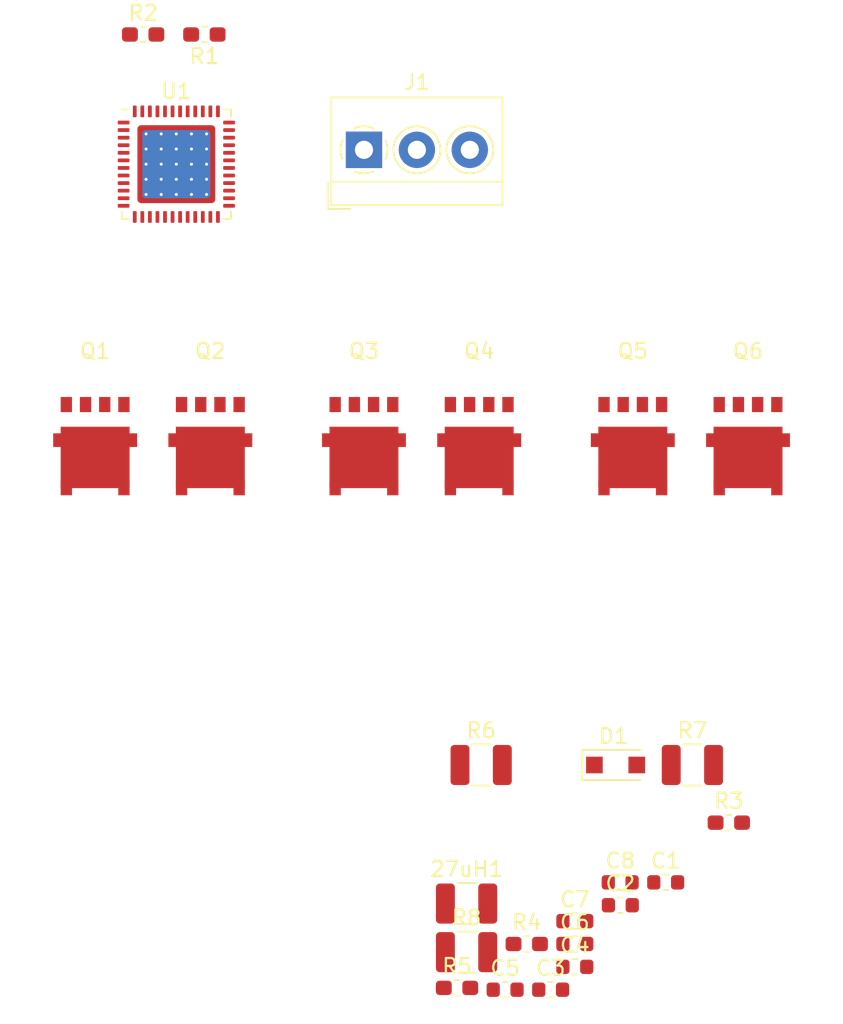
<source format=kicad_pcb>
(kicad_pcb (version 20171130) (host pcbnew "(5.0.2)-1")

  (general
    (thickness 1.6)
    (drawings 0)
    (tracks 0)
    (zones 0)
    (modules 26)
    (nets 41)
  )

  (page A4)
  (layers
    (0 F.Cu signal)
    (31 B.Cu signal)
    (32 B.Adhes user)
    (33 F.Adhes user)
    (34 B.Paste user)
    (35 F.Paste user)
    (36 B.SilkS user)
    (37 F.SilkS user)
    (38 B.Mask user)
    (39 F.Mask user)
    (40 Dwgs.User user)
    (41 Cmts.User user)
    (42 Eco1.User user)
    (43 Eco2.User user)
    (44 Edge.Cuts user)
    (45 Margin user)
    (46 B.CrtYd user)
    (47 F.CrtYd user)
    (48 B.Fab user)
    (49 F.Fab user)
  )

  (setup
    (last_trace_width 0.25)
    (trace_clearance 0.2)
    (zone_clearance 0.508)
    (zone_45_only no)
    (trace_min 0.2)
    (segment_width 0.2)
    (edge_width 0.15)
    (via_size 0.8)
    (via_drill 0.4)
    (via_min_size 0.4)
    (via_min_drill 0.3)
    (uvia_size 0.3)
    (uvia_drill 0.1)
    (uvias_allowed no)
    (uvia_min_size 0.2)
    (uvia_min_drill 0.1)
    (pcb_text_width 0.3)
    (pcb_text_size 1.5 1.5)
    (mod_edge_width 0.15)
    (mod_text_size 1 1)
    (mod_text_width 0.15)
    (pad_size 1.524 1.524)
    (pad_drill 0.762)
    (pad_to_mask_clearance 0.051)
    (solder_mask_min_width 0.25)
    (aux_axis_origin 0 0)
    (visible_elements 7FFFFFFF)
    (pcbplotparams
      (layerselection 0x010fc_ffffffff)
      (usegerberextensions false)
      (usegerberattributes false)
      (usegerberadvancedattributes false)
      (creategerberjobfile false)
      (excludeedgelayer true)
      (linewidth 0.100000)
      (plotframeref false)
      (viasonmask false)
      (mode 1)
      (useauxorigin false)
      (hpglpennumber 1)
      (hpglpenspeed 20)
      (hpglpendiameter 15.000000)
      (psnegative false)
      (psa4output false)
      (plotreference true)
      (plotvalue true)
      (plotinvisibletext false)
      (padsonsilk false)
      (subtractmaskfromsilk false)
      (outputformat 1)
      (mirror false)
      (drillshape 1)
      (scaleselection 1)
      (outputdirectory ""))
  )

  (net 0 "")
  (net 1 VCC)
  (net 2 "Net-(27uH1-Pad2)")
  (net 3 SNA)
  (net 4 VDRAIN)
  (net 5 "Net-(C2-Pad2)")
  (net 6 "Net-(C2-Pad1)")
  (net 7 "Net-(C3-Pad1)")
  (net 8 DVDD)
  (net 9 "Net-(C5-Pad1)")
  (net 10 A_OUT)
  (net 11 B_OUT)
  (net 12 C_OUT)
  (net 13 GHA)
  (net 14 GLA)
  (net 15 SPA)
  (net 16 GHB)
  (net 17 SPB)
  (net 18 GLB)
  (net 19 GHC)
  (net 20 GLC)
  (net 21 SPC)
  (net 22 "Net-(R1-Pad2)")
  (net 23 "Net-(R3-Pad2)")
  (net 24 nFAULT)
  (net 25 SDO)
  (net 26 SOC)
  (net 27 SOB)
  (net 28 SOA)
  (net 29 SDI)
  (net 30 SCLK)
  (net 31 nSCS)
  (net 32 ENABLE)
  (net 33 CAL)
  (net 34 INHA)
  (net 35 INLA)
  (net 36 INHB)
  (net 37 INLB)
  (net 38 INHC)
  (net 39 INLC)
  (net 40 "Net-(U1-Pad46)")

  (net_class Default "This is the default net class."
    (clearance 0.2)
    (trace_width 0.25)
    (via_dia 0.8)
    (via_drill 0.4)
    (uvia_dia 0.3)
    (uvia_drill 0.1)
    (add_net A_OUT)
    (add_net B_OUT)
    (add_net CAL)
    (add_net C_OUT)
    (add_net DVDD)
    (add_net ENABLE)
    (add_net GHA)
    (add_net GHB)
    (add_net GHC)
    (add_net GLA)
    (add_net GLB)
    (add_net GLC)
    (add_net INHA)
    (add_net INHB)
    (add_net INHC)
    (add_net INLA)
    (add_net INLB)
    (add_net INLC)
    (add_net "Net-(27uH1-Pad2)")
    (add_net "Net-(C2-Pad1)")
    (add_net "Net-(C2-Pad2)")
    (add_net "Net-(C3-Pad1)")
    (add_net "Net-(C5-Pad1)")
    (add_net "Net-(R1-Pad2)")
    (add_net "Net-(R3-Pad2)")
    (add_net "Net-(U1-Pad46)")
    (add_net SCLK)
    (add_net SDI)
    (add_net SDO)
    (add_net SNA)
    (add_net SOA)
    (add_net SOB)
    (add_net SOC)
    (add_net SPA)
    (add_net SPB)
    (add_net SPC)
    (add_net VCC)
    (add_net VDRAIN)
    (add_net nFAULT)
    (add_net nSCS)
  )

  (module Inductor_SMD:L_1210_3225Metric (layer F.Cu) (tedit 5B301BBE) (tstamp 5D69A6D2)
    (at 147.755001 117.105001)
    (descr "Inductor SMD 1210 (3225 Metric), square (rectangular) end terminal, IPC_7351 nominal, (Body size source: http://www.tortai-tech.com/upload/download/2011102023233369053.pdf), generated with kicad-footprint-generator")
    (tags inductor)
    (path /5D680E8A)
    (attr smd)
    (fp_text reference 27uH1 (at 0 -2.28) (layer F.SilkS)
      (effects (font (size 1 1) (thickness 0.15)))
    )
    (fp_text value L (at 0 2.28) (layer F.Fab)
      (effects (font (size 1 1) (thickness 0.15)))
    )
    (fp_line (start -1.6 1.25) (end -1.6 -1.25) (layer F.Fab) (width 0.1))
    (fp_line (start -1.6 -1.25) (end 1.6 -1.25) (layer F.Fab) (width 0.1))
    (fp_line (start 1.6 -1.25) (end 1.6 1.25) (layer F.Fab) (width 0.1))
    (fp_line (start 1.6 1.25) (end -1.6 1.25) (layer F.Fab) (width 0.1))
    (fp_line (start -0.602064 -1.36) (end 0.602064 -1.36) (layer F.SilkS) (width 0.12))
    (fp_line (start -0.602064 1.36) (end 0.602064 1.36) (layer F.SilkS) (width 0.12))
    (fp_line (start -2.28 1.58) (end -2.28 -1.58) (layer F.CrtYd) (width 0.05))
    (fp_line (start -2.28 -1.58) (end 2.28 -1.58) (layer F.CrtYd) (width 0.05))
    (fp_line (start 2.28 -1.58) (end 2.28 1.58) (layer F.CrtYd) (width 0.05))
    (fp_line (start 2.28 1.58) (end -2.28 1.58) (layer F.CrtYd) (width 0.05))
    (fp_text user %R (at 0 0) (layer F.Fab)
      (effects (font (size 0.8 0.8) (thickness 0.12)))
    )
    (pad 1 smd roundrect (at -1.4 0) (size 1.25 2.65) (layers F.Cu F.Paste F.Mask) (roundrect_rratio 0.2)
      (net 1 VCC))
    (pad 2 smd roundrect (at 1.4 0) (size 1.25 2.65) (layers F.Cu F.Paste F.Mask) (roundrect_rratio 0.2)
      (net 2 "Net-(27uH1-Pad2)"))
    (model ${KISYS3DMOD}/Inductor_SMD.3dshapes/L_1210_3225Metric.wrl
      (at (xyz 0 0 0))
      (scale (xyz 1 1 1))
      (rotate (xyz 0 0 0))
    )
  )

  (module Capacitor_SMD:C_0603_1608Metric (layer F.Cu) (tedit 5B301BBE) (tstamp 5D69A6E3)
    (at 160.925001 115.705001)
    (descr "Capacitor SMD 0603 (1608 Metric), square (rectangular) end terminal, IPC_7351 nominal, (Body size source: http://www.tortai-tech.com/upload/download/2011102023233369053.pdf), generated with kicad-footprint-generator")
    (tags capacitor)
    (path /5D5EC9EF)
    (attr smd)
    (fp_text reference C1 (at 0 -1.43) (layer F.SilkS)
      (effects (font (size 1 1) (thickness 0.15)))
    )
    (fp_text value 0.1uF (at 0 1.43) (layer F.Fab)
      (effects (font (size 1 1) (thickness 0.15)))
    )
    (fp_text user %R (at 0 0) (layer F.Fab)
      (effects (font (size 0.4 0.4) (thickness 0.06)))
    )
    (fp_line (start 1.48 0.73) (end -1.48 0.73) (layer F.CrtYd) (width 0.05))
    (fp_line (start 1.48 -0.73) (end 1.48 0.73) (layer F.CrtYd) (width 0.05))
    (fp_line (start -1.48 -0.73) (end 1.48 -0.73) (layer F.CrtYd) (width 0.05))
    (fp_line (start -1.48 0.73) (end -1.48 -0.73) (layer F.CrtYd) (width 0.05))
    (fp_line (start -0.162779 0.51) (end 0.162779 0.51) (layer F.SilkS) (width 0.12))
    (fp_line (start -0.162779 -0.51) (end 0.162779 -0.51) (layer F.SilkS) (width 0.12))
    (fp_line (start 0.8 0.4) (end -0.8 0.4) (layer F.Fab) (width 0.1))
    (fp_line (start 0.8 -0.4) (end 0.8 0.4) (layer F.Fab) (width 0.1))
    (fp_line (start -0.8 -0.4) (end 0.8 -0.4) (layer F.Fab) (width 0.1))
    (fp_line (start -0.8 0.4) (end -0.8 -0.4) (layer F.Fab) (width 0.1))
    (pad 2 smd roundrect (at 0.7875 0) (size 0.875 0.95) (layers F.Cu F.Paste F.Mask) (roundrect_rratio 0.25)
      (net 3 SNA))
    (pad 1 smd roundrect (at -0.7875 0) (size 0.875 0.95) (layers F.Cu F.Paste F.Mask) (roundrect_rratio 0.25)
      (net 4 VDRAIN))
    (model ${KISYS3DMOD}/Capacitor_SMD.3dshapes/C_0603_1608Metric.wrl
      (at (xyz 0 0 0))
      (scale (xyz 1 1 1))
      (rotate (xyz 0 0 0))
    )
  )

  (module Capacitor_SMD:C_0603_1608Metric (layer F.Cu) (tedit 5B301BBE) (tstamp 5D69A6F4)
    (at 157.925001 117.215001)
    (descr "Capacitor SMD 0603 (1608 Metric), square (rectangular) end terminal, IPC_7351 nominal, (Body size source: http://www.tortai-tech.com/upload/download/2011102023233369053.pdf), generated with kicad-footprint-generator")
    (tags capacitor)
    (path /5D5DB8E5)
    (attr smd)
    (fp_text reference C2 (at 0 -1.43) (layer F.SilkS)
      (effects (font (size 1 1) (thickness 0.15)))
    )
    (fp_text value 47uF (at 0 1.43) (layer F.Fab)
      (effects (font (size 1 1) (thickness 0.15)))
    )
    (fp_text user %R (at 0 0) (layer F.Fab)
      (effects (font (size 0.4 0.4) (thickness 0.06)))
    )
    (fp_line (start 1.48 0.73) (end -1.48 0.73) (layer F.CrtYd) (width 0.05))
    (fp_line (start 1.48 -0.73) (end 1.48 0.73) (layer F.CrtYd) (width 0.05))
    (fp_line (start -1.48 -0.73) (end 1.48 -0.73) (layer F.CrtYd) (width 0.05))
    (fp_line (start -1.48 0.73) (end -1.48 -0.73) (layer F.CrtYd) (width 0.05))
    (fp_line (start -0.162779 0.51) (end 0.162779 0.51) (layer F.SilkS) (width 0.12))
    (fp_line (start -0.162779 -0.51) (end 0.162779 -0.51) (layer F.SilkS) (width 0.12))
    (fp_line (start 0.8 0.4) (end -0.8 0.4) (layer F.Fab) (width 0.1))
    (fp_line (start 0.8 -0.4) (end 0.8 0.4) (layer F.Fab) (width 0.1))
    (fp_line (start -0.8 -0.4) (end 0.8 -0.4) (layer F.Fab) (width 0.1))
    (fp_line (start -0.8 0.4) (end -0.8 -0.4) (layer F.Fab) (width 0.1))
    (pad 2 smd roundrect (at 0.7875 0) (size 0.875 0.95) (layers F.Cu F.Paste F.Mask) (roundrect_rratio 0.25)
      (net 5 "Net-(C2-Pad2)"))
    (pad 1 smd roundrect (at -0.7875 0) (size 0.875 0.95) (layers F.Cu F.Paste F.Mask) (roundrect_rratio 0.25)
      (net 6 "Net-(C2-Pad1)"))
    (model ${KISYS3DMOD}/Capacitor_SMD.3dshapes/C_0603_1608Metric.wrl
      (at (xyz 0 0 0))
      (scale (xyz 1 1 1))
      (rotate (xyz 0 0 0))
    )
  )

  (module Capacitor_SMD:C_0603_1608Metric (layer F.Cu) (tedit 5B301BBE) (tstamp 5D69A705)
    (at 153.315001 122.795001)
    (descr "Capacitor SMD 0603 (1608 Metric), square (rectangular) end terminal, IPC_7351 nominal, (Body size source: http://www.tortai-tech.com/upload/download/2011102023233369053.pdf), generated with kicad-footprint-generator")
    (tags capacitor)
    (path /5D5E98A4)
    (attr smd)
    (fp_text reference C3 (at 0 -1.43) (layer F.SilkS)
      (effects (font (size 1 1) (thickness 0.15)))
    )
    (fp_text value 1uF (at 0 1.43) (layer F.Fab)
      (effects (font (size 1 1) (thickness 0.15)))
    )
    (fp_line (start -0.8 0.4) (end -0.8 -0.4) (layer F.Fab) (width 0.1))
    (fp_line (start -0.8 -0.4) (end 0.8 -0.4) (layer F.Fab) (width 0.1))
    (fp_line (start 0.8 -0.4) (end 0.8 0.4) (layer F.Fab) (width 0.1))
    (fp_line (start 0.8 0.4) (end -0.8 0.4) (layer F.Fab) (width 0.1))
    (fp_line (start -0.162779 -0.51) (end 0.162779 -0.51) (layer F.SilkS) (width 0.12))
    (fp_line (start -0.162779 0.51) (end 0.162779 0.51) (layer F.SilkS) (width 0.12))
    (fp_line (start -1.48 0.73) (end -1.48 -0.73) (layer F.CrtYd) (width 0.05))
    (fp_line (start -1.48 -0.73) (end 1.48 -0.73) (layer F.CrtYd) (width 0.05))
    (fp_line (start 1.48 -0.73) (end 1.48 0.73) (layer F.CrtYd) (width 0.05))
    (fp_line (start 1.48 0.73) (end -1.48 0.73) (layer F.CrtYd) (width 0.05))
    (fp_text user %R (at 0 0) (layer F.Fab)
      (effects (font (size 0.4 0.4) (thickness 0.06)))
    )
    (pad 1 smd roundrect (at -0.7875 0) (size 0.875 0.95) (layers F.Cu F.Paste F.Mask) (roundrect_rratio 0.25)
      (net 7 "Net-(C3-Pad1)"))
    (pad 2 smd roundrect (at 0.7875 0) (size 0.875 0.95) (layers F.Cu F.Paste F.Mask) (roundrect_rratio 0.25)
      (net 4 VDRAIN))
    (model ${KISYS3DMOD}/Capacitor_SMD.3dshapes/C_0603_1608Metric.wrl
      (at (xyz 0 0 0))
      (scale (xyz 1 1 1))
      (rotate (xyz 0 0 0))
    )
  )

  (module Capacitor_SMD:C_0603_1608Metric (layer F.Cu) (tedit 5B301BBE) (tstamp 5D69A716)
    (at 154.915001 121.285001)
    (descr "Capacitor SMD 0603 (1608 Metric), square (rectangular) end terminal, IPC_7351 nominal, (Body size source: http://www.tortai-tech.com/upload/download/2011102023233369053.pdf), generated with kicad-footprint-generator")
    (tags capacitor)
    (path /5D657DC2)
    (attr smd)
    (fp_text reference C4 (at 0 -1.43) (layer F.SilkS)
      (effects (font (size 1 1) (thickness 0.15)))
    )
    (fp_text value 1uF (at 0 1.43) (layer F.Fab)
      (effects (font (size 1 1) (thickness 0.15)))
    )
    (fp_text user %R (at 0 0) (layer F.Fab)
      (effects (font (size 0.4 0.4) (thickness 0.06)))
    )
    (fp_line (start 1.48 0.73) (end -1.48 0.73) (layer F.CrtYd) (width 0.05))
    (fp_line (start 1.48 -0.73) (end 1.48 0.73) (layer F.CrtYd) (width 0.05))
    (fp_line (start -1.48 -0.73) (end 1.48 -0.73) (layer F.CrtYd) (width 0.05))
    (fp_line (start -1.48 0.73) (end -1.48 -0.73) (layer F.CrtYd) (width 0.05))
    (fp_line (start -0.162779 0.51) (end 0.162779 0.51) (layer F.SilkS) (width 0.12))
    (fp_line (start -0.162779 -0.51) (end 0.162779 -0.51) (layer F.SilkS) (width 0.12))
    (fp_line (start 0.8 0.4) (end -0.8 0.4) (layer F.Fab) (width 0.1))
    (fp_line (start 0.8 -0.4) (end 0.8 0.4) (layer F.Fab) (width 0.1))
    (fp_line (start -0.8 -0.4) (end 0.8 -0.4) (layer F.Fab) (width 0.1))
    (fp_line (start -0.8 0.4) (end -0.8 -0.4) (layer F.Fab) (width 0.1))
    (pad 2 smd roundrect (at 0.7875 0) (size 0.875 0.95) (layers F.Cu F.Paste F.Mask) (roundrect_rratio 0.25)
      (net 8 DVDD))
    (pad 1 smd roundrect (at -0.7875 0) (size 0.875 0.95) (layers F.Cu F.Paste F.Mask) (roundrect_rratio 0.25)
      (net 3 SNA))
    (model ${KISYS3DMOD}/Capacitor_SMD.3dshapes/C_0603_1608Metric.wrl
      (at (xyz 0 0 0))
      (scale (xyz 1 1 1))
      (rotate (xyz 0 0 0))
    )
  )

  (module Capacitor_SMD:C_0603_1608Metric (layer F.Cu) (tedit 5B301BBE) (tstamp 5D69A727)
    (at 150.305001 122.795001)
    (descr "Capacitor SMD 0603 (1608 Metric), square (rectangular) end terminal, IPC_7351 nominal, (Body size source: http://www.tortai-tech.com/upload/download/2011102023233369053.pdf), generated with kicad-footprint-generator")
    (tags capacitor)
    (path /5D666E40)
    (attr smd)
    (fp_text reference C5 (at 0 -1.43) (layer F.SilkS)
      (effects (font (size 1 1) (thickness 0.15)))
    )
    (fp_text value 0.1uF (at 0 1.43) (layer F.Fab)
      (effects (font (size 1 1) (thickness 0.15)))
    )
    (fp_line (start -0.8 0.4) (end -0.8 -0.4) (layer F.Fab) (width 0.1))
    (fp_line (start -0.8 -0.4) (end 0.8 -0.4) (layer F.Fab) (width 0.1))
    (fp_line (start 0.8 -0.4) (end 0.8 0.4) (layer F.Fab) (width 0.1))
    (fp_line (start 0.8 0.4) (end -0.8 0.4) (layer F.Fab) (width 0.1))
    (fp_line (start -0.162779 -0.51) (end 0.162779 -0.51) (layer F.SilkS) (width 0.12))
    (fp_line (start -0.162779 0.51) (end 0.162779 0.51) (layer F.SilkS) (width 0.12))
    (fp_line (start -1.48 0.73) (end -1.48 -0.73) (layer F.CrtYd) (width 0.05))
    (fp_line (start -1.48 -0.73) (end 1.48 -0.73) (layer F.CrtYd) (width 0.05))
    (fp_line (start 1.48 -0.73) (end 1.48 0.73) (layer F.CrtYd) (width 0.05))
    (fp_line (start 1.48 0.73) (end -1.48 0.73) (layer F.CrtYd) (width 0.05))
    (fp_text user %R (at 0 0) (layer F.Fab)
      (effects (font (size 0.4 0.4) (thickness 0.06)))
    )
    (pad 1 smd roundrect (at -0.7875 0) (size 0.875 0.95) (layers F.Cu F.Paste F.Mask) (roundrect_rratio 0.25)
      (net 9 "Net-(C5-Pad1)"))
    (pad 2 smd roundrect (at 0.7875 0) (size 0.875 0.95) (layers F.Cu F.Paste F.Mask) (roundrect_rratio 0.25)
      (net 2 "Net-(27uH1-Pad2)"))
    (model ${KISYS3DMOD}/Capacitor_SMD.3dshapes/C_0603_1608Metric.wrl
      (at (xyz 0 0 0))
      (scale (xyz 1 1 1))
      (rotate (xyz 0 0 0))
    )
  )

  (module Capacitor_SMD:C_0603_1608Metric (layer F.Cu) (tedit 5B301BBE) (tstamp 5D69A738)
    (at 154.915001 119.775001)
    (descr "Capacitor SMD 0603 (1608 Metric), square (rectangular) end terminal, IPC_7351 nominal, (Body size source: http://www.tortai-tech.com/upload/download/2011102023233369053.pdf), generated with kicad-footprint-generator")
    (tags capacitor)
    (path /5D61A5CA)
    (attr smd)
    (fp_text reference C6 (at 0 -1.43) (layer F.SilkS)
      (effects (font (size 1 1) (thickness 0.15)))
    )
    (fp_text value 1uF (at 0 1.43) (layer F.Fab)
      (effects (font (size 1 1) (thickness 0.15)))
    )
    (fp_line (start -0.8 0.4) (end -0.8 -0.4) (layer F.Fab) (width 0.1))
    (fp_line (start -0.8 -0.4) (end 0.8 -0.4) (layer F.Fab) (width 0.1))
    (fp_line (start 0.8 -0.4) (end 0.8 0.4) (layer F.Fab) (width 0.1))
    (fp_line (start 0.8 0.4) (end -0.8 0.4) (layer F.Fab) (width 0.1))
    (fp_line (start -0.162779 -0.51) (end 0.162779 -0.51) (layer F.SilkS) (width 0.12))
    (fp_line (start -0.162779 0.51) (end 0.162779 0.51) (layer F.SilkS) (width 0.12))
    (fp_line (start -1.48 0.73) (end -1.48 -0.73) (layer F.CrtYd) (width 0.05))
    (fp_line (start -1.48 -0.73) (end 1.48 -0.73) (layer F.CrtYd) (width 0.05))
    (fp_line (start 1.48 -0.73) (end 1.48 0.73) (layer F.CrtYd) (width 0.05))
    (fp_line (start 1.48 0.73) (end -1.48 0.73) (layer F.CrtYd) (width 0.05))
    (fp_text user %R (at 0 0) (layer F.Fab)
      (effects (font (size 0.4 0.4) (thickness 0.06)))
    )
    (pad 1 smd roundrect (at -0.7875 0) (size 0.875 0.95) (layers F.Cu F.Paste F.Mask) (roundrect_rratio 0.25)
      (net 1 VCC))
    (pad 2 smd roundrect (at 0.7875 0) (size 0.875 0.95) (layers F.Cu F.Paste F.Mask) (roundrect_rratio 0.25)
      (net 3 SNA))
    (model ${KISYS3DMOD}/Capacitor_SMD.3dshapes/C_0603_1608Metric.wrl
      (at (xyz 0 0 0))
      (scale (xyz 1 1 1))
      (rotate (xyz 0 0 0))
    )
  )

  (module Capacitor_SMD:C_0603_1608Metric (layer F.Cu) (tedit 5B301BBE) (tstamp 5D69A749)
    (at 154.915001 118.265001)
    (descr "Capacitor SMD 0603 (1608 Metric), square (rectangular) end terminal, IPC_7351 nominal, (Body size source: http://www.tortai-tech.com/upload/download/2011102023233369053.pdf), generated with kicad-footprint-generator")
    (tags capacitor)
    (path /5D6A5B71)
    (attr smd)
    (fp_text reference C7 (at 0 -1.43) (layer F.SilkS)
      (effects (font (size 1 1) (thickness 0.15)))
    )
    (fp_text value 10uF (at 0 1.43) (layer F.Fab)
      (effects (font (size 1 1) (thickness 0.15)))
    )
    (fp_text user %R (at 0 0) (layer F.Fab)
      (effects (font (size 0.4 0.4) (thickness 0.06)))
    )
    (fp_line (start 1.48 0.73) (end -1.48 0.73) (layer F.CrtYd) (width 0.05))
    (fp_line (start 1.48 -0.73) (end 1.48 0.73) (layer F.CrtYd) (width 0.05))
    (fp_line (start -1.48 -0.73) (end 1.48 -0.73) (layer F.CrtYd) (width 0.05))
    (fp_line (start -1.48 0.73) (end -1.48 -0.73) (layer F.CrtYd) (width 0.05))
    (fp_line (start -0.162779 0.51) (end 0.162779 0.51) (layer F.SilkS) (width 0.12))
    (fp_line (start -0.162779 -0.51) (end 0.162779 -0.51) (layer F.SilkS) (width 0.12))
    (fp_line (start 0.8 0.4) (end -0.8 0.4) (layer F.Fab) (width 0.1))
    (fp_line (start 0.8 -0.4) (end 0.8 0.4) (layer F.Fab) (width 0.1))
    (fp_line (start -0.8 -0.4) (end 0.8 -0.4) (layer F.Fab) (width 0.1))
    (fp_line (start -0.8 0.4) (end -0.8 -0.4) (layer F.Fab) (width 0.1))
    (pad 2 smd roundrect (at 0.7875 0) (size 0.875 0.95) (layers F.Cu F.Paste F.Mask) (roundrect_rratio 0.25)
      (net 3 SNA))
    (pad 1 smd roundrect (at -0.7875 0) (size 0.875 0.95) (layers F.Cu F.Paste F.Mask) (roundrect_rratio 0.25)
      (net 4 VDRAIN))
    (model ${KISYS3DMOD}/Capacitor_SMD.3dshapes/C_0603_1608Metric.wrl
      (at (xyz 0 0 0))
      (scale (xyz 1 1 1))
      (rotate (xyz 0 0 0))
    )
  )

  (module Capacitor_SMD:C_0603_1608Metric (layer F.Cu) (tedit 5B301BBE) (tstamp 5D69A75A)
    (at 157.915001 115.705001)
    (descr "Capacitor SMD 0603 (1608 Metric), square (rectangular) end terminal, IPC_7351 nominal, (Body size source: http://www.tortai-tech.com/upload/download/2011102023233369053.pdf), generated with kicad-footprint-generator")
    (tags capacitor)
    (path /5D6A56EE)
    (attr smd)
    (fp_text reference C8 (at 0 -1.43) (layer F.SilkS)
      (effects (font (size 1 1) (thickness 0.15)))
    )
    (fp_text value 10uF (at 0 1.43) (layer F.Fab)
      (effects (font (size 1 1) (thickness 0.15)))
    )
    (fp_line (start -0.8 0.4) (end -0.8 -0.4) (layer F.Fab) (width 0.1))
    (fp_line (start -0.8 -0.4) (end 0.8 -0.4) (layer F.Fab) (width 0.1))
    (fp_line (start 0.8 -0.4) (end 0.8 0.4) (layer F.Fab) (width 0.1))
    (fp_line (start 0.8 0.4) (end -0.8 0.4) (layer F.Fab) (width 0.1))
    (fp_line (start -0.162779 -0.51) (end 0.162779 -0.51) (layer F.SilkS) (width 0.12))
    (fp_line (start -0.162779 0.51) (end 0.162779 0.51) (layer F.SilkS) (width 0.12))
    (fp_line (start -1.48 0.73) (end -1.48 -0.73) (layer F.CrtYd) (width 0.05))
    (fp_line (start -1.48 -0.73) (end 1.48 -0.73) (layer F.CrtYd) (width 0.05))
    (fp_line (start 1.48 -0.73) (end 1.48 0.73) (layer F.CrtYd) (width 0.05))
    (fp_line (start 1.48 0.73) (end -1.48 0.73) (layer F.CrtYd) (width 0.05))
    (fp_text user %R (at 0 0) (layer F.Fab)
      (effects (font (size 0.4 0.4) (thickness 0.06)))
    )
    (pad 1 smd roundrect (at -0.7875 0) (size 0.875 0.95) (layers F.Cu F.Paste F.Mask) (roundrect_rratio 0.25)
      (net 1 VCC))
    (pad 2 smd roundrect (at 0.7875 0) (size 0.875 0.95) (layers F.Cu F.Paste F.Mask) (roundrect_rratio 0.25)
      (net 3 SNA))
    (model ${KISYS3DMOD}/Capacitor_SMD.3dshapes/C_0603_1608Metric.wrl
      (at (xyz 0 0 0))
      (scale (xyz 1 1 1))
      (rotate (xyz 0 0 0))
    )
  )

  (module Diode_SMD:D_SOD-123F (layer F.Cu) (tedit 587F7769) (tstamp 5D69A773)
    (at 157.61 107.95)
    (descr D_SOD-123F)
    (tags D_SOD-123F)
    (path /5D673643)
    (attr smd)
    (fp_text reference D1 (at -0.127 -1.905) (layer F.SilkS)
      (effects (font (size 1 1) (thickness 0.15)))
    )
    (fp_text value D_Schottky (at 0 2.1) (layer F.Fab)
      (effects (font (size 1 1) (thickness 0.15)))
    )
    (fp_text user %R (at -0.127 -1.905) (layer F.Fab)
      (effects (font (size 1 1) (thickness 0.15)))
    )
    (fp_line (start -2.2 -1) (end -2.2 1) (layer F.SilkS) (width 0.12))
    (fp_line (start 0.25 0) (end 0.75 0) (layer F.Fab) (width 0.1))
    (fp_line (start 0.25 0.4) (end -0.35 0) (layer F.Fab) (width 0.1))
    (fp_line (start 0.25 -0.4) (end 0.25 0.4) (layer F.Fab) (width 0.1))
    (fp_line (start -0.35 0) (end 0.25 -0.4) (layer F.Fab) (width 0.1))
    (fp_line (start -0.35 0) (end -0.35 0.55) (layer F.Fab) (width 0.1))
    (fp_line (start -0.35 0) (end -0.35 -0.55) (layer F.Fab) (width 0.1))
    (fp_line (start -0.75 0) (end -0.35 0) (layer F.Fab) (width 0.1))
    (fp_line (start -1.4 0.9) (end -1.4 -0.9) (layer F.Fab) (width 0.1))
    (fp_line (start 1.4 0.9) (end -1.4 0.9) (layer F.Fab) (width 0.1))
    (fp_line (start 1.4 -0.9) (end 1.4 0.9) (layer F.Fab) (width 0.1))
    (fp_line (start -1.4 -0.9) (end 1.4 -0.9) (layer F.Fab) (width 0.1))
    (fp_line (start -2.2 -1.15) (end 2.2 -1.15) (layer F.CrtYd) (width 0.05))
    (fp_line (start 2.2 -1.15) (end 2.2 1.15) (layer F.CrtYd) (width 0.05))
    (fp_line (start 2.2 1.15) (end -2.2 1.15) (layer F.CrtYd) (width 0.05))
    (fp_line (start -2.2 -1.15) (end -2.2 1.15) (layer F.CrtYd) (width 0.05))
    (fp_line (start -2.2 1) (end 1.65 1) (layer F.SilkS) (width 0.12))
    (fp_line (start -2.2 -1) (end 1.65 -1) (layer F.SilkS) (width 0.12))
    (pad 1 smd rect (at -1.4 0) (size 1.1 1.1) (layers F.Cu F.Paste F.Mask)
      (net 2 "Net-(27uH1-Pad2)"))
    (pad 2 smd rect (at 1.4 0) (size 1.1 1.1) (layers F.Cu F.Paste F.Mask)
      (net 3 SNA))
    (model ${KISYS3DMOD}/Diode_SMD.3dshapes/D_SOD-123F.wrl
      (at (xyz 0 0 0))
      (scale (xyz 1 1 1))
      (rotate (xyz 0 0 0))
    )
  )

  (module TerminalBlock_4Ucon:TerminalBlock_4Ucon_1x03_P3.50mm_Horizontal (layer F.Cu) (tedit 5B294E91) (tstamp 5D69A7BA)
    (at 140.97 67.31)
    (descr "Terminal Block 4Ucon ItemNo. 20193, 3 pins, pitch 3.5mm, size 11.2x7mm^2, drill diamater 1.2mm, pad diameter 2.4mm, see http://www.4uconnector.com/online/object/4udrawing/20193.pdf, script-generated using https://github.com/pointhi/kicad-footprint-generator/scripts/TerminalBlock_4Ucon")
    (tags "THT Terminal Block 4Ucon ItemNo. 20193 pitch 3.5mm size 11.2x7mm^2 drill 1.2mm pad 2.4mm")
    (path /5D5DAF6D)
    (fp_text reference J1 (at 3.5 -4.46) (layer F.SilkS)
      (effects (font (size 1 1) (thickness 0.15)))
    )
    (fp_text value Screw_Terminal_01x03 (at 3.5 4.66) (layer F.Fab)
      (effects (font (size 1 1) (thickness 0.15)))
    )
    (fp_arc (start 0 0) (end 0 1.555) (angle -23) (layer F.SilkS) (width 0.12))
    (fp_arc (start 0 0) (end 1.432 0.608) (angle -46) (layer F.SilkS) (width 0.12))
    (fp_arc (start 0 0) (end 0.608 -1.432) (angle -46) (layer F.SilkS) (width 0.12))
    (fp_arc (start 0 0) (end -1.432 -0.608) (angle -46) (layer F.SilkS) (width 0.12))
    (fp_arc (start 0 0) (end -0.608 1.432) (angle -24) (layer F.SilkS) (width 0.12))
    (fp_circle (center 0 0) (end 1.375 0) (layer F.Fab) (width 0.1))
    (fp_circle (center 3.5 0) (end 4.875 0) (layer F.Fab) (width 0.1))
    (fp_circle (center 3.5 0) (end 5.055 0) (layer F.SilkS) (width 0.12))
    (fp_circle (center 7 0) (end 8.375 0) (layer F.Fab) (width 0.1))
    (fp_circle (center 7 0) (end 8.555 0) (layer F.SilkS) (width 0.12))
    (fp_line (start -2.1 -3.4) (end 9.1 -3.4) (layer F.Fab) (width 0.1))
    (fp_line (start 9.1 -3.4) (end 9.1 3.6) (layer F.Fab) (width 0.1))
    (fp_line (start 9.1 3.6) (end -0.6 3.6) (layer F.Fab) (width 0.1))
    (fp_line (start -0.6 3.6) (end -2.1 2.1) (layer F.Fab) (width 0.1))
    (fp_line (start -2.1 2.1) (end -2.1 -3.4) (layer F.Fab) (width 0.1))
    (fp_line (start -2.1 2.1) (end 9.1 2.1) (layer F.Fab) (width 0.1))
    (fp_line (start -2.16 2.1) (end 9.16 2.1) (layer F.SilkS) (width 0.12))
    (fp_line (start -2.16 -3.46) (end 9.16 -3.46) (layer F.SilkS) (width 0.12))
    (fp_line (start -2.16 3.66) (end 9.16 3.66) (layer F.SilkS) (width 0.12))
    (fp_line (start -2.16 -3.46) (end -2.16 3.66) (layer F.SilkS) (width 0.12))
    (fp_line (start 9.16 -3.46) (end 9.16 3.66) (layer F.SilkS) (width 0.12))
    (fp_line (start -1.1 -0.069) (end -0.069 -0.069) (layer F.Fab) (width 0.1))
    (fp_line (start -0.069 -0.069) (end -0.069 -1.1) (layer F.Fab) (width 0.1))
    (fp_line (start -0.069 -1.1) (end 0.069 -1.1) (layer F.Fab) (width 0.1))
    (fp_line (start 0.069 -1.1) (end 0.069 -0.069) (layer F.Fab) (width 0.1))
    (fp_line (start 0.069 -0.069) (end 1.1 -0.069) (layer F.Fab) (width 0.1))
    (fp_line (start 1.1 -0.069) (end 1.1 0.069) (layer F.Fab) (width 0.1))
    (fp_line (start 1.1 0.069) (end 0.069 0.069) (layer F.Fab) (width 0.1))
    (fp_line (start 0.069 0.069) (end 0.069 1.1) (layer F.Fab) (width 0.1))
    (fp_line (start 0.069 1.1) (end -0.069 1.1) (layer F.Fab) (width 0.1))
    (fp_line (start -0.069 1.1) (end -0.069 0.069) (layer F.Fab) (width 0.1))
    (fp_line (start -0.069 0.069) (end -1.1 0.069) (layer F.Fab) (width 0.1))
    (fp_line (start -1.1 0.069) (end -1.1 -0.069) (layer F.Fab) (width 0.1))
    (fp_line (start 2.4 -0.069) (end 3.431 -0.069) (layer F.Fab) (width 0.1))
    (fp_line (start 3.431 -0.069) (end 3.431 -1.1) (layer F.Fab) (width 0.1))
    (fp_line (start 3.431 -1.1) (end 3.569 -1.1) (layer F.Fab) (width 0.1))
    (fp_line (start 3.569 -1.1) (end 3.569 -0.069) (layer F.Fab) (width 0.1))
    (fp_line (start 3.569 -0.069) (end 4.6 -0.069) (layer F.Fab) (width 0.1))
    (fp_line (start 4.6 -0.069) (end 4.6 0.069) (layer F.Fab) (width 0.1))
    (fp_line (start 4.6 0.069) (end 3.569 0.069) (layer F.Fab) (width 0.1))
    (fp_line (start 3.569 0.069) (end 3.569 1.1) (layer F.Fab) (width 0.1))
    (fp_line (start 3.569 1.1) (end 3.431 1.1) (layer F.Fab) (width 0.1))
    (fp_line (start 3.431 1.1) (end 3.431 0.069) (layer F.Fab) (width 0.1))
    (fp_line (start 3.431 0.069) (end 2.4 0.069) (layer F.Fab) (width 0.1))
    (fp_line (start 2.4 0.069) (end 2.4 -0.069) (layer F.Fab) (width 0.1))
    (fp_line (start 5.9 -0.069) (end 6.931 -0.069) (layer F.Fab) (width 0.1))
    (fp_line (start 6.931 -0.069) (end 6.931 -1.1) (layer F.Fab) (width 0.1))
    (fp_line (start 6.931 -1.1) (end 7.069 -1.1) (layer F.Fab) (width 0.1))
    (fp_line (start 7.069 -1.1) (end 7.069 -0.069) (layer F.Fab) (width 0.1))
    (fp_line (start 7.069 -0.069) (end 8.1 -0.069) (layer F.Fab) (width 0.1))
    (fp_line (start 8.1 -0.069) (end 8.1 0.069) (layer F.Fab) (width 0.1))
    (fp_line (start 8.1 0.069) (end 7.069 0.069) (layer F.Fab) (width 0.1))
    (fp_line (start 7.069 0.069) (end 7.069 1.1) (layer F.Fab) (width 0.1))
    (fp_line (start 7.069 1.1) (end 6.931 1.1) (layer F.Fab) (width 0.1))
    (fp_line (start 6.931 1.1) (end 6.931 0.069) (layer F.Fab) (width 0.1))
    (fp_line (start 6.931 0.069) (end 5.9 0.069) (layer F.Fab) (width 0.1))
    (fp_line (start 5.9 0.069) (end 5.9 -0.069) (layer F.Fab) (width 0.1))
    (fp_line (start -2.4 2.16) (end -2.4 3.9) (layer F.SilkS) (width 0.12))
    (fp_line (start -2.4 3.9) (end -0.9 3.9) (layer F.SilkS) (width 0.12))
    (fp_line (start -2.6 -3.9) (end -2.6 4.1) (layer F.CrtYd) (width 0.05))
    (fp_line (start -2.6 4.1) (end 9.6 4.1) (layer F.CrtYd) (width 0.05))
    (fp_line (start 9.6 4.1) (end 9.6 -3.9) (layer F.CrtYd) (width 0.05))
    (fp_line (start 9.6 -3.9) (end -2.6 -3.9) (layer F.CrtYd) (width 0.05))
    (fp_text user %R (at 3.5 2.9) (layer F.Fab)
      (effects (font (size 1 1) (thickness 0.15)))
    )
    (pad 1 thru_hole rect (at 0 0) (size 2.4 2.4) (drill 1.2) (layers *.Cu *.Mask)
      (net 10 A_OUT))
    (pad 2 thru_hole circle (at 3.5 0) (size 2.4 2.4) (drill 1.2) (layers *.Cu *.Mask)
      (net 11 B_OUT))
    (pad 3 thru_hole circle (at 7 0) (size 2.4 2.4) (drill 1.2) (layers *.Cu *.Mask)
      (net 12 C_OUT))
    (model ${KISYS3DMOD}/TerminalBlock_4Ucon.3dshapes/TerminalBlock_4Ucon_1x03_P3.50mm_Horizontal.wrl
      (at (xyz 0 0 0))
      (scale (xyz 1 1 1))
      (rotate (xyz 0 0 0))
    )
  )

  (module Resistor_SMD:R_0603_1608Metric_Pad1.05x0.95mm_HandSolder (layer F.Cu) (tedit 5B301BBD) (tstamp 5D69A8C7)
    (at 130.415 59.69 180)
    (descr "Resistor SMD 0603 (1608 Metric), square (rectangular) end terminal, IPC_7351 nominal with elongated pad for handsoldering. (Body size source: http://www.tortai-tech.com/upload/download/2011102023233369053.pdf), generated with kicad-footprint-generator")
    (tags "resistor handsolder")
    (path /5D5D33F0)
    (attr smd)
    (fp_text reference R1 (at 0 -1.43 180) (layer F.SilkS)
      (effects (font (size 1 1) (thickness 0.15)))
    )
    (fp_text value 28k (at 0 1.43 180) (layer F.Fab)
      (effects (font (size 1 1) (thickness 0.15)))
    )
    (fp_line (start -0.8 0.4) (end -0.8 -0.4) (layer F.Fab) (width 0.1))
    (fp_line (start -0.8 -0.4) (end 0.8 -0.4) (layer F.Fab) (width 0.1))
    (fp_line (start 0.8 -0.4) (end 0.8 0.4) (layer F.Fab) (width 0.1))
    (fp_line (start 0.8 0.4) (end -0.8 0.4) (layer F.Fab) (width 0.1))
    (fp_line (start -0.171267 -0.51) (end 0.171267 -0.51) (layer F.SilkS) (width 0.12))
    (fp_line (start -0.171267 0.51) (end 0.171267 0.51) (layer F.SilkS) (width 0.12))
    (fp_line (start -1.65 0.73) (end -1.65 -0.73) (layer F.CrtYd) (width 0.05))
    (fp_line (start -1.65 -0.73) (end 1.65 -0.73) (layer F.CrtYd) (width 0.05))
    (fp_line (start 1.65 -0.73) (end 1.65 0.73) (layer F.CrtYd) (width 0.05))
    (fp_line (start 1.65 0.73) (end -1.65 0.73) (layer F.CrtYd) (width 0.05))
    (fp_text user %R (at 0 0 180) (layer F.Fab)
      (effects (font (size 0.4 0.4) (thickness 0.06)))
    )
    (pad 1 smd roundrect (at -0.875 0 180) (size 1.05 0.95) (layers F.Cu F.Paste F.Mask) (roundrect_rratio 0.25)
      (net 1 VCC))
    (pad 2 smd roundrect (at 0.875 0 180) (size 1.05 0.95) (layers F.Cu F.Paste F.Mask) (roundrect_rratio 0.25)
      (net 22 "Net-(R1-Pad2)"))
    (model ${KISYS3DMOD}/Resistor_SMD.3dshapes/R_0603_1608Metric.wrl
      (at (xyz 0 0 0))
      (scale (xyz 1 1 1))
      (rotate (xyz 0 0 0))
    )
  )

  (module Resistor_SMD:R_0603_1608Metric_Pad1.05x0.95mm_HandSolder (layer F.Cu) (tedit 5B301BBD) (tstamp 5D69A8D8)
    (at 126.365 59.69)
    (descr "Resistor SMD 0603 (1608 Metric), square (rectangular) end terminal, IPC_7351 nominal with elongated pad for handsoldering. (Body size source: http://www.tortai-tech.com/upload/download/2011102023233369053.pdf), generated with kicad-footprint-generator")
    (tags "resistor handsolder")
    (path /5D5D3372)
    (attr smd)
    (fp_text reference R2 (at 0 -1.43) (layer F.SilkS)
      (effects (font (size 1 1) (thickness 0.15)))
    )
    (fp_text value 8.45k (at 0 1.43) (layer F.Fab)
      (effects (font (size 1 1) (thickness 0.15)))
    )
    (fp_text user %R (at 0 0) (layer F.Fab)
      (effects (font (size 0.4 0.4) (thickness 0.06)))
    )
    (fp_line (start 1.65 0.73) (end -1.65 0.73) (layer F.CrtYd) (width 0.05))
    (fp_line (start 1.65 -0.73) (end 1.65 0.73) (layer F.CrtYd) (width 0.05))
    (fp_line (start -1.65 -0.73) (end 1.65 -0.73) (layer F.CrtYd) (width 0.05))
    (fp_line (start -1.65 0.73) (end -1.65 -0.73) (layer F.CrtYd) (width 0.05))
    (fp_line (start -0.171267 0.51) (end 0.171267 0.51) (layer F.SilkS) (width 0.12))
    (fp_line (start -0.171267 -0.51) (end 0.171267 -0.51) (layer F.SilkS) (width 0.12))
    (fp_line (start 0.8 0.4) (end -0.8 0.4) (layer F.Fab) (width 0.1))
    (fp_line (start 0.8 -0.4) (end 0.8 0.4) (layer F.Fab) (width 0.1))
    (fp_line (start -0.8 -0.4) (end 0.8 -0.4) (layer F.Fab) (width 0.1))
    (fp_line (start -0.8 0.4) (end -0.8 -0.4) (layer F.Fab) (width 0.1))
    (pad 2 smd roundrect (at 0.875 0) (size 1.05 0.95) (layers F.Cu F.Paste F.Mask) (roundrect_rratio 0.25)
      (net 3 SNA))
    (pad 1 smd roundrect (at -0.875 0) (size 1.05 0.95) (layers F.Cu F.Paste F.Mask) (roundrect_rratio 0.25)
      (net 22 "Net-(R1-Pad2)"))
    (model ${KISYS3DMOD}/Resistor_SMD.3dshapes/R_0603_1608Metric.wrl
      (at (xyz 0 0 0))
      (scale (xyz 1 1 1))
      (rotate (xyz 0 0 0))
    )
  )

  (module Resistor_SMD:R_0603_1608Metric_Pad1.05x0.95mm_HandSolder (layer F.Cu) (tedit 5B301BBD) (tstamp 5D69A8E9)
    (at 165.1 111.76)
    (descr "Resistor SMD 0603 (1608 Metric), square (rectangular) end terminal, IPC_7351 nominal with elongated pad for handsoldering. (Body size source: http://www.tortai-tech.com/upload/download/2011102023233369053.pdf), generated with kicad-footprint-generator")
    (tags "resistor handsolder")
    (path /5D6A5906)
    (attr smd)
    (fp_text reference R3 (at 0 -1.43) (layer F.SilkS)
      (effects (font (size 1 1) (thickness 0.15)))
    )
    (fp_text value 100k (at 0 1.43) (layer F.Fab)
      (effects (font (size 1 1) (thickness 0.15)))
    )
    (fp_text user %R (at 0 0) (layer F.Fab)
      (effects (font (size 0.4 0.4) (thickness 0.06)))
    )
    (fp_line (start 1.65 0.73) (end -1.65 0.73) (layer F.CrtYd) (width 0.05))
    (fp_line (start 1.65 -0.73) (end 1.65 0.73) (layer F.CrtYd) (width 0.05))
    (fp_line (start -1.65 -0.73) (end 1.65 -0.73) (layer F.CrtYd) (width 0.05))
    (fp_line (start -1.65 0.73) (end -1.65 -0.73) (layer F.CrtYd) (width 0.05))
    (fp_line (start -0.171267 0.51) (end 0.171267 0.51) (layer F.SilkS) (width 0.12))
    (fp_line (start -0.171267 -0.51) (end 0.171267 -0.51) (layer F.SilkS) (width 0.12))
    (fp_line (start 0.8 0.4) (end -0.8 0.4) (layer F.Fab) (width 0.1))
    (fp_line (start 0.8 -0.4) (end 0.8 0.4) (layer F.Fab) (width 0.1))
    (fp_line (start -0.8 -0.4) (end 0.8 -0.4) (layer F.Fab) (width 0.1))
    (fp_line (start -0.8 0.4) (end -0.8 -0.4) (layer F.Fab) (width 0.1))
    (pad 2 smd roundrect (at 0.875 0) (size 1.05 0.95) (layers F.Cu F.Paste F.Mask) (roundrect_rratio 0.25)
      (net 23 "Net-(R3-Pad2)"))
    (pad 1 smd roundrect (at -0.875 0) (size 1.05 0.95) (layers F.Cu F.Paste F.Mask) (roundrect_rratio 0.25)
      (net 4 VDRAIN))
    (model ${KISYS3DMOD}/Resistor_SMD.3dshapes/R_0603_1608Metric.wrl
      (at (xyz 0 0 0))
      (scale (xyz 1 1 1))
      (rotate (xyz 0 0 0))
    )
  )

  (module Resistor_SMD:R_0603_1608Metric_Pad1.05x0.95mm_HandSolder (layer F.Cu) (tedit 5B301BBD) (tstamp 5D69A8FA)
    (at 151.735001 119.775001)
    (descr "Resistor SMD 0603 (1608 Metric), square (rectangular) end terminal, IPC_7351 nominal with elongated pad for handsoldering. (Body size source: http://www.tortai-tech.com/upload/download/2011102023233369053.pdf), generated with kicad-footprint-generator")
    (tags "resistor handsolder")
    (path /5D6345C4)
    (attr smd)
    (fp_text reference R4 (at 0 -1.43) (layer F.SilkS)
      (effects (font (size 1 1) (thickness 0.15)))
    )
    (fp_text value 10k (at 0 1.43) (layer F.Fab)
      (effects (font (size 1 1) (thickness 0.15)))
    )
    (fp_line (start -0.8 0.4) (end -0.8 -0.4) (layer F.Fab) (width 0.1))
    (fp_line (start -0.8 -0.4) (end 0.8 -0.4) (layer F.Fab) (width 0.1))
    (fp_line (start 0.8 -0.4) (end 0.8 0.4) (layer F.Fab) (width 0.1))
    (fp_line (start 0.8 0.4) (end -0.8 0.4) (layer F.Fab) (width 0.1))
    (fp_line (start -0.171267 -0.51) (end 0.171267 -0.51) (layer F.SilkS) (width 0.12))
    (fp_line (start -0.171267 0.51) (end 0.171267 0.51) (layer F.SilkS) (width 0.12))
    (fp_line (start -1.65 0.73) (end -1.65 -0.73) (layer F.CrtYd) (width 0.05))
    (fp_line (start -1.65 -0.73) (end 1.65 -0.73) (layer F.CrtYd) (width 0.05))
    (fp_line (start 1.65 -0.73) (end 1.65 0.73) (layer F.CrtYd) (width 0.05))
    (fp_line (start 1.65 0.73) (end -1.65 0.73) (layer F.CrtYd) (width 0.05))
    (fp_text user %R (at 0 0) (layer F.Fab)
      (effects (font (size 0.4 0.4) (thickness 0.06)))
    )
    (pad 1 smd roundrect (at -0.875 0) (size 1.05 0.95) (layers F.Cu F.Paste F.Mask) (roundrect_rratio 0.25)
      (net 1 VCC))
    (pad 2 smd roundrect (at 0.875 0) (size 1.05 0.95) (layers F.Cu F.Paste F.Mask) (roundrect_rratio 0.25)
      (net 24 nFAULT))
    (model ${KISYS3DMOD}/Resistor_SMD.3dshapes/R_0603_1608Metric.wrl
      (at (xyz 0 0 0))
      (scale (xyz 1 1 1))
      (rotate (xyz 0 0 0))
    )
  )

  (module Resistor_SMD:R_0603_1608Metric_Pad1.05x0.95mm_HandSolder (layer F.Cu) (tedit 5B301BBD) (tstamp 5D69A90B)
    (at 147.125001 122.675001)
    (descr "Resistor SMD 0603 (1608 Metric), square (rectangular) end terminal, IPC_7351 nominal with elongated pad for handsoldering. (Body size source: http://www.tortai-tech.com/upload/download/2011102023233369053.pdf), generated with kicad-footprint-generator")
    (tags "resistor handsolder")
    (path /5D650BE1)
    (attr smd)
    (fp_text reference R5 (at 0 -1.43) (layer F.SilkS)
      (effects (font (size 1 1) (thickness 0.15)))
    )
    (fp_text value 10k (at 0 1.43) (layer F.Fab)
      (effects (font (size 1 1) (thickness 0.15)))
    )
    (fp_line (start -0.8 0.4) (end -0.8 -0.4) (layer F.Fab) (width 0.1))
    (fp_line (start -0.8 -0.4) (end 0.8 -0.4) (layer F.Fab) (width 0.1))
    (fp_line (start 0.8 -0.4) (end 0.8 0.4) (layer F.Fab) (width 0.1))
    (fp_line (start 0.8 0.4) (end -0.8 0.4) (layer F.Fab) (width 0.1))
    (fp_line (start -0.171267 -0.51) (end 0.171267 -0.51) (layer F.SilkS) (width 0.12))
    (fp_line (start -0.171267 0.51) (end 0.171267 0.51) (layer F.SilkS) (width 0.12))
    (fp_line (start -1.65 0.73) (end -1.65 -0.73) (layer F.CrtYd) (width 0.05))
    (fp_line (start -1.65 -0.73) (end 1.65 -0.73) (layer F.CrtYd) (width 0.05))
    (fp_line (start 1.65 -0.73) (end 1.65 0.73) (layer F.CrtYd) (width 0.05))
    (fp_line (start 1.65 0.73) (end -1.65 0.73) (layer F.CrtYd) (width 0.05))
    (fp_text user %R (at 0 0) (layer F.Fab)
      (effects (font (size 0.4 0.4) (thickness 0.06)))
    )
    (pad 1 smd roundrect (at -0.875 0) (size 1.05 0.95) (layers F.Cu F.Paste F.Mask) (roundrect_rratio 0.25)
      (net 1 VCC))
    (pad 2 smd roundrect (at 0.875 0) (size 1.05 0.95) (layers F.Cu F.Paste F.Mask) (roundrect_rratio 0.25)
      (net 25 SDO))
    (model ${KISYS3DMOD}/Resistor_SMD.3dshapes/R_0603_1608Metric.wrl
      (at (xyz 0 0 0))
      (scale (xyz 1 1 1))
      (rotate (xyz 0 0 0))
    )
  )

  (module Resistor_SMD:R_1210_3225Metric (layer F.Cu) (tedit 5B301BBD) (tstamp 5D69A91C)
    (at 148.72 107.95)
    (descr "Resistor SMD 1210 (3225 Metric), square (rectangular) end terminal, IPC_7351 nominal, (Body size source: http://www.tortai-tech.com/upload/download/2011102023233369053.pdf), generated with kicad-footprint-generator")
    (tags resistor)
    (path /5D583EC2)
    (attr smd)
    (fp_text reference R6 (at 0 -2.28) (layer F.SilkS)
      (effects (font (size 1 1) (thickness 0.15)))
    )
    (fp_text value 1m (at 0 2.28) (layer F.Fab)
      (effects (font (size 1 1) (thickness 0.15)))
    )
    (fp_line (start -1.6 1.25) (end -1.6 -1.25) (layer F.Fab) (width 0.1))
    (fp_line (start -1.6 -1.25) (end 1.6 -1.25) (layer F.Fab) (width 0.1))
    (fp_line (start 1.6 -1.25) (end 1.6 1.25) (layer F.Fab) (width 0.1))
    (fp_line (start 1.6 1.25) (end -1.6 1.25) (layer F.Fab) (width 0.1))
    (fp_line (start -0.602064 -1.36) (end 0.602064 -1.36) (layer F.SilkS) (width 0.12))
    (fp_line (start -0.602064 1.36) (end 0.602064 1.36) (layer F.SilkS) (width 0.12))
    (fp_line (start -2.28 1.58) (end -2.28 -1.58) (layer F.CrtYd) (width 0.05))
    (fp_line (start -2.28 -1.58) (end 2.28 -1.58) (layer F.CrtYd) (width 0.05))
    (fp_line (start 2.28 -1.58) (end 2.28 1.58) (layer F.CrtYd) (width 0.05))
    (fp_line (start 2.28 1.58) (end -2.28 1.58) (layer F.CrtYd) (width 0.05))
    (fp_text user %R (at 0 -0.335001) (layer F.Fab)
      (effects (font (size 0.8 0.8) (thickness 0.12)))
    )
    (pad 1 smd roundrect (at -1.4 0) (size 1.25 2.65) (layers F.Cu F.Paste F.Mask) (roundrect_rratio 0.2)
      (net 15 SPA))
    (pad 2 smd roundrect (at 1.4 0) (size 1.25 2.65) (layers F.Cu F.Paste F.Mask) (roundrect_rratio 0.2)
      (net 3 SNA))
    (model ${KISYS3DMOD}/Resistor_SMD.3dshapes/R_1210_3225Metric.wrl
      (at (xyz 0 0 0))
      (scale (xyz 1 1 1))
      (rotate (xyz 0 0 0))
    )
  )

  (module Resistor_SMD:R_1210_3225Metric (layer F.Cu) (tedit 5B301BBD) (tstamp 5D69A92D)
    (at 162.69 107.95)
    (descr "Resistor SMD 1210 (3225 Metric), square (rectangular) end terminal, IPC_7351 nominal, (Body size source: http://www.tortai-tech.com/upload/download/2011102023233369053.pdf), generated with kicad-footprint-generator")
    (tags resistor)
    (path /5D5840EC)
    (attr smd)
    (fp_text reference R7 (at 0 -2.28) (layer F.SilkS)
      (effects (font (size 1 1) (thickness 0.15)))
    )
    (fp_text value 1m (at 0 2.28) (layer F.Fab)
      (effects (font (size 1 1) (thickness 0.15)))
    )
    (fp_text user %R (at 0 0) (layer F.Fab)
      (effects (font (size 0.8 0.8) (thickness 0.12)))
    )
    (fp_line (start 2.28 1.58) (end -2.28 1.58) (layer F.CrtYd) (width 0.05))
    (fp_line (start 2.28 -1.58) (end 2.28 1.58) (layer F.CrtYd) (width 0.05))
    (fp_line (start -2.28 -1.58) (end 2.28 -1.58) (layer F.CrtYd) (width 0.05))
    (fp_line (start -2.28 1.58) (end -2.28 -1.58) (layer F.CrtYd) (width 0.05))
    (fp_line (start -0.602064 1.36) (end 0.602064 1.36) (layer F.SilkS) (width 0.12))
    (fp_line (start -0.602064 -1.36) (end 0.602064 -1.36) (layer F.SilkS) (width 0.12))
    (fp_line (start 1.6 1.25) (end -1.6 1.25) (layer F.Fab) (width 0.1))
    (fp_line (start 1.6 -1.25) (end 1.6 1.25) (layer F.Fab) (width 0.1))
    (fp_line (start -1.6 -1.25) (end 1.6 -1.25) (layer F.Fab) (width 0.1))
    (fp_line (start -1.6 1.25) (end -1.6 -1.25) (layer F.Fab) (width 0.1))
    (pad 2 smd roundrect (at 1.4 0) (size 1.25 2.65) (layers F.Cu F.Paste F.Mask) (roundrect_rratio 0.2)
      (net 3 SNA))
    (pad 1 smd roundrect (at -1.4 0) (size 1.25 2.65) (layers F.Cu F.Paste F.Mask) (roundrect_rratio 0.2)
      (net 17 SPB))
    (model ${KISYS3DMOD}/Resistor_SMD.3dshapes/R_1210_3225Metric.wrl
      (at (xyz 0 0 0))
      (scale (xyz 1 1 1))
      (rotate (xyz 0 0 0))
    )
  )

  (module Resistor_SMD:R_1210_3225Metric (layer F.Cu) (tedit 5B301BBD) (tstamp 5D69A93E)
    (at 147.755001 120.315001)
    (descr "Resistor SMD 1210 (3225 Metric), square (rectangular) end terminal, IPC_7351 nominal, (Body size source: http://www.tortai-tech.com/upload/download/2011102023233369053.pdf), generated with kicad-footprint-generator")
    (tags resistor)
    (path /5D584126)
    (attr smd)
    (fp_text reference R8 (at 0 -2.28) (layer F.SilkS)
      (effects (font (size 1 1) (thickness 0.15)))
    )
    (fp_text value 1m (at 0 2.28) (layer F.Fab)
      (effects (font (size 1 1) (thickness 0.15)))
    )
    (fp_line (start -1.6 1.25) (end -1.6 -1.25) (layer F.Fab) (width 0.1))
    (fp_line (start -1.6 -1.25) (end 1.6 -1.25) (layer F.Fab) (width 0.1))
    (fp_line (start 1.6 -1.25) (end 1.6 1.25) (layer F.Fab) (width 0.1))
    (fp_line (start 1.6 1.25) (end -1.6 1.25) (layer F.Fab) (width 0.1))
    (fp_line (start -0.602064 -1.36) (end 0.602064 -1.36) (layer F.SilkS) (width 0.12))
    (fp_line (start -0.602064 1.36) (end 0.602064 1.36) (layer F.SilkS) (width 0.12))
    (fp_line (start -2.28 1.58) (end -2.28 -1.58) (layer F.CrtYd) (width 0.05))
    (fp_line (start -2.28 -1.58) (end 2.28 -1.58) (layer F.CrtYd) (width 0.05))
    (fp_line (start 2.28 -1.58) (end 2.28 1.58) (layer F.CrtYd) (width 0.05))
    (fp_line (start 2.28 1.58) (end -2.28 1.58) (layer F.CrtYd) (width 0.05))
    (fp_text user %R (at 0 0) (layer F.Fab)
      (effects (font (size 0.8 0.8) (thickness 0.12)))
    )
    (pad 1 smd roundrect (at -1.4 0) (size 1.25 2.65) (layers F.Cu F.Paste F.Mask) (roundrect_rratio 0.2)
      (net 21 SPC))
    (pad 2 smd roundrect (at 1.4 0) (size 1.25 2.65) (layers F.Cu F.Paste F.Mask) (roundrect_rratio 0.2)
      (net 3 SNA))
    (model ${KISYS3DMOD}/Resistor_SMD.3dshapes/R_1210_3225Metric.wrl
      (at (xyz 0 0 0))
      (scale (xyz 1 1 1))
      (rotate (xyz 0 0 0))
    )
  )

  (module Package_DFN_QFN:Texas_S-PVQFN-N48_EP5.15x5.15mm_ThermalVias (layer F.Cu) (tedit 5B317740) (tstamp 5D69A9C2)
    (at 128.56 68.2575)
    (descr "QFN, 48 Pin (http://www.ti.com/lit/ds/symlink/msp430f5232.pdf), generated with kicad-footprint-generator ipc_dfn_qfn_generator.py")
    (tags "QFN DFN_QFN")
    (path /5D5BEEB7)
    (attr smd)
    (fp_text reference U1 (at 0 -4.82) (layer F.SilkS)
      (effects (font (size 1 1) (thickness 0.15)))
    )
    (fp_text value drv8323rs (at 0 4.82) (layer F.Fab)
      (effects (font (size 1 1) (thickness 0.15)))
    )
    (fp_line (start 3.135 -3.61) (end 3.61 -3.61) (layer F.SilkS) (width 0.12))
    (fp_line (start 3.61 -3.61) (end 3.61 -3.135) (layer F.SilkS) (width 0.12))
    (fp_line (start -3.135 3.61) (end -3.61 3.61) (layer F.SilkS) (width 0.12))
    (fp_line (start -3.61 3.61) (end -3.61 3.135) (layer F.SilkS) (width 0.12))
    (fp_line (start 3.135 3.61) (end 3.61 3.61) (layer F.SilkS) (width 0.12))
    (fp_line (start 3.61 3.61) (end 3.61 3.135) (layer F.SilkS) (width 0.12))
    (fp_line (start -3.135 -3.61) (end -3.61 -3.61) (layer F.SilkS) (width 0.12))
    (fp_line (start -2.5 -3.5) (end 3.5 -3.5) (layer F.Fab) (width 0.1))
    (fp_line (start 3.5 -3.5) (end 3.5 3.5) (layer F.Fab) (width 0.1))
    (fp_line (start 3.5 3.5) (end -3.5 3.5) (layer F.Fab) (width 0.1))
    (fp_line (start -3.5 3.5) (end -3.5 -2.5) (layer F.Fab) (width 0.1))
    (fp_line (start -3.5 -2.5) (end -2.5 -3.5) (layer F.Fab) (width 0.1))
    (fp_line (start -4.12 -4.12) (end -4.12 4.12) (layer F.CrtYd) (width 0.05))
    (fp_line (start -4.12 4.12) (end 4.12 4.12) (layer F.CrtYd) (width 0.05))
    (fp_line (start 4.12 4.12) (end 4.12 -4.12) (layer F.CrtYd) (width 0.05))
    (fp_line (start 4.12 -4.12) (end -4.12 -4.12) (layer F.CrtYd) (width 0.05))
    (fp_text user %R (at 0 0) (layer F.Fab)
      (effects (font (size 1 1) (thickness 0.15)))
    )
    (pad 49 smd roundrect (at 0 0) (size 5.15 5.15) (layers F.Cu F.Mask) (roundrect_rratio 0.048544))
    (pad 49 thru_hole circle (at -2 -2) (size 0.5 0.5) (drill 0.2) (layers *.Cu))
    (pad 49 thru_hole circle (at -1 -2) (size 0.5 0.5) (drill 0.2) (layers *.Cu))
    (pad 49 thru_hole circle (at 0 -2) (size 0.5 0.5) (drill 0.2) (layers *.Cu))
    (pad 49 thru_hole circle (at 1 -2) (size 0.5 0.5) (drill 0.2) (layers *.Cu))
    (pad 49 thru_hole circle (at 2 -2) (size 0.5 0.5) (drill 0.2) (layers *.Cu))
    (pad 49 thru_hole circle (at -2 -1) (size 0.5 0.5) (drill 0.2) (layers *.Cu))
    (pad 49 thru_hole circle (at -1 -1) (size 0.5 0.5) (drill 0.2) (layers *.Cu))
    (pad 49 thru_hole circle (at 0 -1) (size 0.5 0.5) (drill 0.2) (layers *.Cu))
    (pad 49 thru_hole circle (at 1 -1) (size 0.5 0.5) (drill 0.2) (layers *.Cu))
    (pad 49 thru_hole circle (at 2 -1) (size 0.5 0.5) (drill 0.2) (layers *.Cu))
    (pad 49 thru_hole circle (at -2 0) (size 0.5 0.5) (drill 0.2) (layers *.Cu))
    (pad 49 thru_hole circle (at -1 0) (size 0.5 0.5) (drill 0.2) (layers *.Cu))
    (pad 49 thru_hole circle (at 0 0) (size 0.5 0.5) (drill 0.2) (layers *.Cu))
    (pad 49 thru_hole circle (at 1 0) (size 0.5 0.5) (drill 0.2) (layers *.Cu))
    (pad 49 thru_hole circle (at 2 0) (size 0.5 0.5) (drill 0.2) (layers *.Cu))
    (pad 49 thru_hole circle (at -2 1) (size 0.5 0.5) (drill 0.2) (layers *.Cu))
    (pad 49 thru_hole circle (at -1 1) (size 0.5 0.5) (drill 0.2) (layers *.Cu))
    (pad 49 thru_hole circle (at 0 1) (size 0.5 0.5) (drill 0.2) (layers *.Cu))
    (pad 49 thru_hole circle (at 1 1) (size 0.5 0.5) (drill 0.2) (layers *.Cu))
    (pad 49 thru_hole circle (at 2 1) (size 0.5 0.5) (drill 0.2) (layers *.Cu))
    (pad 49 thru_hole circle (at -2 2) (size 0.5 0.5) (drill 0.2) (layers *.Cu))
    (pad 49 thru_hole circle (at -1 2) (size 0.5 0.5) (drill 0.2) (layers *.Cu))
    (pad 49 thru_hole circle (at 0 2) (size 0.5 0.5) (drill 0.2) (layers *.Cu))
    (pad 49 thru_hole circle (at 1 2) (size 0.5 0.5) (drill 0.2) (layers *.Cu))
    (pad 49 thru_hole circle (at 2 2) (size 0.5 0.5) (drill 0.2) (layers *.Cu))
    (pad 49 smd roundrect (at 0 0) (size 4.5 4.5) (layers B.Cu) (roundrect_rratio 0.055556))
    (pad "" smd roundrect (at -1.5 -1.5) (size 0.806226 0.806226) (layers F.Paste) (roundrect_rratio 0.25))
    (pad "" smd roundrect (at -1.5 -0.5) (size 0.806226 0.806226) (layers F.Paste) (roundrect_rratio 0.25))
    (pad "" smd roundrect (at -1.5 0.5) (size 0.806226 0.806226) (layers F.Paste) (roundrect_rratio 0.25))
    (pad "" smd roundrect (at -1.5 1.5) (size 0.806226 0.806226) (layers F.Paste) (roundrect_rratio 0.25))
    (pad "" smd roundrect (at -0.5 -1.5) (size 0.806226 0.806226) (layers F.Paste) (roundrect_rratio 0.25))
    (pad "" smd roundrect (at -0.5 -0.5) (size 0.806226 0.806226) (layers F.Paste) (roundrect_rratio 0.25))
    (pad "" smd roundrect (at -0.5 0.5) (size 0.806226 0.806226) (layers F.Paste) (roundrect_rratio 0.25))
    (pad "" smd roundrect (at -0.5 1.5) (size 0.806226 0.806226) (layers F.Paste) (roundrect_rratio 0.25))
    (pad "" smd roundrect (at 0.5 -1.5) (size 0.806226 0.806226) (layers F.Paste) (roundrect_rratio 0.25))
    (pad "" smd roundrect (at 0.5 -0.5) (size 0.806226 0.806226) (layers F.Paste) (roundrect_rratio 0.25))
    (pad "" smd roundrect (at 0.5 0.5) (size 0.806226 0.806226) (layers F.Paste) (roundrect_rratio 0.25))
    (pad "" smd roundrect (at 0.5 1.5) (size 0.806226 0.806226) (layers F.Paste) (roundrect_rratio 0.25))
    (pad "" smd roundrect (at 1.5 -1.5) (size 0.806226 0.806226) (layers F.Paste) (roundrect_rratio 0.25))
    (pad "" smd roundrect (at 1.5 -0.5) (size 0.806226 0.806226) (layers F.Paste) (roundrect_rratio 0.25))
    (pad "" smd roundrect (at 1.5 0.5) (size 0.806226 0.806226) (layers F.Paste) (roundrect_rratio 0.25))
    (pad "" smd roundrect (at 1.5 1.5) (size 0.806226 0.806226) (layers F.Paste) (roundrect_rratio 0.25))
    (pad "" smd custom (at -2.2875 -1.5) (size 0.371482 0.371482) (layers F.Paste)
      (options (clearance outline) (anchor circle))
      (primitives
        (gr_poly (pts
           (xy -0.23179 -0.403113) (xy 0.101544 -0.403113) (xy 0.23179 -0.272867) (xy 0.23179 0.272867) (xy 0.101544 0.403113)
           (xy -0.23179 0.403113)) (width 0))
      ))
    (pad "" smd custom (at -2.2875 -0.5) (size 0.371482 0.371482) (layers F.Paste)
      (options (clearance outline) (anchor circle))
      (primitives
        (gr_poly (pts
           (xy -0.23179 -0.403113) (xy 0.101544 -0.403113) (xy 0.23179 -0.272867) (xy 0.23179 0.272867) (xy 0.101544 0.403113)
           (xy -0.23179 0.403113)) (width 0))
      ))
    (pad "" smd custom (at -2.2875 0.5) (size 0.371482 0.371482) (layers F.Paste)
      (options (clearance outline) (anchor circle))
      (primitives
        (gr_poly (pts
           (xy -0.23179 -0.403113) (xy 0.101544 -0.403113) (xy 0.23179 -0.272867) (xy 0.23179 0.272867) (xy 0.101544 0.403113)
           (xy -0.23179 0.403113)) (width 0))
      ))
    (pad "" smd custom (at -2.2875 1.5) (size 0.371482 0.371482) (layers F.Paste)
      (options (clearance outline) (anchor circle))
      (primitives
        (gr_poly (pts
           (xy -0.23179 -0.403113) (xy 0.101544 -0.403113) (xy 0.23179 -0.272867) (xy 0.23179 0.272867) (xy 0.101544 0.403113)
           (xy -0.23179 0.403113)) (width 0))
      ))
    (pad "" smd custom (at 2.2875 -1.5) (size 0.371482 0.371482) (layers F.Paste)
      (options (clearance outline) (anchor circle))
      (primitives
        (gr_poly (pts
           (xy -0.23179 -0.272867) (xy -0.101544 -0.403113) (xy 0.23179 -0.403113) (xy 0.23179 0.403113) (xy -0.101544 0.403113)
           (xy -0.23179 0.272867)) (width 0))
      ))
    (pad "" smd custom (at 2.2875 -0.5) (size 0.371482 0.371482) (layers F.Paste)
      (options (clearance outline) (anchor circle))
      (primitives
        (gr_poly (pts
           (xy -0.23179 -0.272867) (xy -0.101544 -0.403113) (xy 0.23179 -0.403113) (xy 0.23179 0.403113) (xy -0.101544 0.403113)
           (xy -0.23179 0.272867)) (width 0))
      ))
    (pad "" smd custom (at 2.2875 0.5) (size 0.371482 0.371482) (layers F.Paste)
      (options (clearance outline) (anchor circle))
      (primitives
        (gr_poly (pts
           (xy -0.23179 -0.272867) (xy -0.101544 -0.403113) (xy 0.23179 -0.403113) (xy 0.23179 0.403113) (xy -0.101544 0.403113)
           (xy -0.23179 0.272867)) (width 0))
      ))
    (pad "" smd custom (at 2.2875 1.5) (size 0.371482 0.371482) (layers F.Paste)
      (options (clearance outline) (anchor circle))
      (primitives
        (gr_poly (pts
           (xy -0.23179 -0.272867) (xy -0.101544 -0.403113) (xy 0.23179 -0.403113) (xy 0.23179 0.403113) (xy -0.101544 0.403113)
           (xy -0.23179 0.272867)) (width 0))
      ))
    (pad "" smd custom (at -1.5 -2.2875) (size 0.371482 0.371482) (layers F.Paste)
      (options (clearance outline) (anchor circle))
      (primitives
        (gr_poly (pts
           (xy -0.403113 -0.23179) (xy 0.403113 -0.23179) (xy 0.403113 0.101544) (xy 0.272867 0.23179) (xy -0.272867 0.23179)
           (xy -0.403113 0.101544)) (width 0))
      ))
    (pad "" smd custom (at -0.5 -2.2875) (size 0.371482 0.371482) (layers F.Paste)
      (options (clearance outline) (anchor circle))
      (primitives
        (gr_poly (pts
           (xy -0.403113 -0.23179) (xy 0.403113 -0.23179) (xy 0.403113 0.101544) (xy 0.272867 0.23179) (xy -0.272867 0.23179)
           (xy -0.403113 0.101544)) (width 0))
      ))
    (pad "" smd custom (at 0.5 -2.2875) (size 0.371482 0.371482) (layers F.Paste)
      (options (clearance outline) (anchor circle))
      (primitives
        (gr_poly (pts
           (xy -0.403113 -0.23179) (xy 0.403113 -0.23179) (xy 0.403113 0.101544) (xy 0.272867 0.23179) (xy -0.272867 0.23179)
           (xy -0.403113 0.101544)) (width 0))
      ))
    (pad "" smd custom (at 1.5 -2.2875) (size 0.371482 0.371482) (layers F.Paste)
      (options (clearance outline) (anchor circle))
      (primitives
        (gr_poly (pts
           (xy -0.403113 -0.23179) (xy 0.403113 -0.23179) (xy 0.403113 0.101544) (xy 0.272867 0.23179) (xy -0.272867 0.23179)
           (xy -0.403113 0.101544)) (width 0))
      ))
    (pad "" smd custom (at -1.5 2.2875) (size 0.371482 0.371482) (layers F.Paste)
      (options (clearance outline) (anchor circle))
      (primitives
        (gr_poly (pts
           (xy -0.403113 -0.101544) (xy -0.272867 -0.23179) (xy 0.272867 -0.23179) (xy 0.403113 -0.101544) (xy 0.403113 0.23179)
           (xy -0.403113 0.23179)) (width 0))
      ))
    (pad "" smd custom (at -0.5 2.2875) (size 0.371482 0.371482) (layers F.Paste)
      (options (clearance outline) (anchor circle))
      (primitives
        (gr_poly (pts
           (xy -0.403113 -0.101544) (xy -0.272867 -0.23179) (xy 0.272867 -0.23179) (xy 0.403113 -0.101544) (xy 0.403113 0.23179)
           (xy -0.403113 0.23179)) (width 0))
      ))
    (pad "" smd custom (at 0.5 2.2875) (size 0.371482 0.371482) (layers F.Paste)
      (options (clearance outline) (anchor circle))
      (primitives
        (gr_poly (pts
           (xy -0.403113 -0.101544) (xy -0.272867 -0.23179) (xy 0.272867 -0.23179) (xy 0.403113 -0.101544) (xy 0.403113 0.23179)
           (xy -0.403113 0.23179)) (width 0))
      ))
    (pad "" smd custom (at 1.5 2.2875) (size 0.371482 0.371482) (layers F.Paste)
      (options (clearance outline) (anchor circle))
      (primitives
        (gr_poly (pts
           (xy -0.403113 -0.101544) (xy -0.272867 -0.23179) (xy 0.272867 -0.23179) (xy 0.403113 -0.101544) (xy 0.403113 0.23179)
           (xy -0.403113 0.23179)) (width 0))
      ))
    (pad "" smd custom (at -2.2875 -2.2875) (size 0.342366 0.342366) (layers F.Paste)
      (options (clearance outline) (anchor circle))
      (primitives
        (gr_poly (pts
           (xy -0.23179 -0.23179) (xy 0.23179 -0.23179) (xy 0.23179 0.060367) (xy 0.060367 0.23179) (xy -0.23179 0.23179)
) (width 0))
      ))
    (pad "" smd custom (at -2.2875 2.2875) (size 0.342366 0.342366) (layers F.Paste)
      (options (clearance outline) (anchor circle))
      (primitives
        (gr_poly (pts
           (xy -0.23179 -0.23179) (xy 0.060367 -0.23179) (xy 0.23179 -0.060367) (xy 0.23179 0.23179) (xy -0.23179 0.23179)
) (width 0))
      ))
    (pad "" smd custom (at 2.2875 -2.2875) (size 0.342366 0.342366) (layers F.Paste)
      (options (clearance outline) (anchor circle))
      (primitives
        (gr_poly (pts
           (xy -0.23179 -0.23179) (xy 0.23179 -0.23179) (xy 0.23179 0.23179) (xy -0.060367 0.23179) (xy -0.23179 0.060367)
) (width 0))
      ))
    (pad "" smd custom (at 2.2875 2.2875) (size 0.342366 0.342366) (layers F.Paste)
      (options (clearance outline) (anchor circle))
      (primitives
        (gr_poly (pts
           (xy -0.23179 -0.060367) (xy -0.060367 -0.23179) (xy 0.23179 -0.23179) (xy 0.23179 0.23179) (xy -0.23179 0.23179)
) (width 0))
      ))
    (pad 1 smd roundrect (at -3.4875 -2.75) (size 0.775 0.25) (layers F.Cu F.Paste F.Mask) (roundrect_rratio 0.25)
      (net 22 "Net-(R1-Pad2)"))
    (pad 2 smd roundrect (at -3.4875 -2.25) (size 0.775 0.25) (layers F.Cu F.Paste F.Mask) (roundrect_rratio 0.25)
      (net 3 SNA))
    (pad 3 smd roundrect (at -3.4875 -1.75) (size 0.775 0.25) (layers F.Cu F.Paste F.Mask) (roundrect_rratio 0.25)
      (net 6 "Net-(C2-Pad1)"))
    (pad 4 smd roundrect (at -3.4875 -1.25) (size 0.775 0.25) (layers F.Cu F.Paste F.Mask) (roundrect_rratio 0.25)
      (net 5 "Net-(C2-Pad2)"))
    (pad 5 smd roundrect (at -3.4875 -0.75) (size 0.775 0.25) (layers F.Cu F.Paste F.Mask) (roundrect_rratio 0.25)
      (net 7 "Net-(C3-Pad1)"))
    (pad 6 smd roundrect (at -3.4875 -0.25) (size 0.775 0.25) (layers F.Cu F.Paste F.Mask) (roundrect_rratio 0.25)
      (net 4 VDRAIN))
    (pad 7 smd roundrect (at -3.4875 0.25) (size 0.775 0.25) (layers F.Cu F.Paste F.Mask) (roundrect_rratio 0.25)
      (net 4 VDRAIN))
    (pad 8 smd roundrect (at -3.4875 0.75) (size 0.775 0.25) (layers F.Cu F.Paste F.Mask) (roundrect_rratio 0.25)
      (net 13 GHA))
    (pad 9 smd roundrect (at -3.4875 1.25) (size 0.775 0.25) (layers F.Cu F.Paste F.Mask) (roundrect_rratio 0.25)
      (net 10 A_OUT))
    (pad 10 smd roundrect (at -3.4875 1.75) (size 0.775 0.25) (layers F.Cu F.Paste F.Mask) (roundrect_rratio 0.25)
      (net 14 GLA))
    (pad 11 smd roundrect (at -3.4875 2.25) (size 0.775 0.25) (layers F.Cu F.Paste F.Mask) (roundrect_rratio 0.25)
      (net 15 SPA))
    (pad 12 smd roundrect (at -3.4875 2.75) (size 0.775 0.25) (layers F.Cu F.Paste F.Mask) (roundrect_rratio 0.25)
      (net 3 SNA))
    (pad 13 smd roundrect (at -2.75 3.4875) (size 0.25 0.775) (layers F.Cu F.Paste F.Mask) (roundrect_rratio 0.25)
      (net 3 SNA))
    (pad 14 smd roundrect (at -2.25 3.4875) (size 0.25 0.775) (layers F.Cu F.Paste F.Mask) (roundrect_rratio 0.25)
      (net 17 SPB))
    (pad 15 smd roundrect (at -1.75 3.4875) (size 0.25 0.775) (layers F.Cu F.Paste F.Mask) (roundrect_rratio 0.25)
      (net 18 GLB))
    (pad 16 smd roundrect (at -1.25 3.4875) (size 0.25 0.775) (layers F.Cu F.Paste F.Mask) (roundrect_rratio 0.25)
      (net 11 B_OUT))
    (pad 17 smd roundrect (at -0.75 3.4875) (size 0.25 0.775) (layers F.Cu F.Paste F.Mask) (roundrect_rratio 0.25)
      (net 16 GHB))
    (pad 18 smd roundrect (at -0.25 3.4875) (size 0.25 0.775) (layers F.Cu F.Paste F.Mask) (roundrect_rratio 0.25)
      (net 19 GHC))
    (pad 19 smd roundrect (at 0.25 3.4875) (size 0.25 0.775) (layers F.Cu F.Paste F.Mask) (roundrect_rratio 0.25)
      (net 12 C_OUT))
    (pad 20 smd roundrect (at 0.75 3.4875) (size 0.25 0.775) (layers F.Cu F.Paste F.Mask) (roundrect_rratio 0.25)
      (net 20 GLC))
    (pad 21 smd roundrect (at 1.25 3.4875) (size 0.25 0.775) (layers F.Cu F.Paste F.Mask) (roundrect_rratio 0.25)
      (net 21 SPC))
    (pad 22 smd roundrect (at 1.75 3.4875) (size 0.25 0.775) (layers F.Cu F.Paste F.Mask) (roundrect_rratio 0.25)
      (net 3 SNA))
    (pad 23 smd roundrect (at 2.25 3.4875) (size 0.25 0.775) (layers F.Cu F.Paste F.Mask) (roundrect_rratio 0.25)
      (net 26 SOC))
    (pad 24 smd roundrect (at 2.75 3.4875) (size 0.25 0.775) (layers F.Cu F.Paste F.Mask) (roundrect_rratio 0.25)
      (net 27 SOB))
    (pad 25 smd roundrect (at 3.4875 2.75) (size 0.775 0.25) (layers F.Cu F.Paste F.Mask) (roundrect_rratio 0.25)
      (net 28 SOA))
    (pad 26 smd roundrect (at 3.4875 2.25) (size 0.775 0.25) (layers F.Cu F.Paste F.Mask) (roundrect_rratio 0.25)
      (net 1 VCC))
    (pad 27 smd roundrect (at 3.4875 1.75) (size 0.775 0.25) (layers F.Cu F.Paste F.Mask) (roundrect_rratio 0.25)
      (net 3 SNA))
    (pad 28 smd roundrect (at 3.4875 1.25) (size 0.775 0.25) (layers F.Cu F.Paste F.Mask) (roundrect_rratio 0.25)
      (net 24 nFAULT))
    (pad 29 smd roundrect (at 3.4875 0.75) (size 0.775 0.25) (layers F.Cu F.Paste F.Mask) (roundrect_rratio 0.25)
      (net 25 SDO))
    (pad 30 smd roundrect (at 3.4875 0.25) (size 0.775 0.25) (layers F.Cu F.Paste F.Mask) (roundrect_rratio 0.25)
      (net 29 SDI))
    (pad 31 smd roundrect (at 3.4875 -0.25) (size 0.775 0.25) (layers F.Cu F.Paste F.Mask) (roundrect_rratio 0.25)
      (net 30 SCLK))
    (pad 32 smd roundrect (at 3.4875 -0.75) (size 0.775 0.25) (layers F.Cu F.Paste F.Mask) (roundrect_rratio 0.25)
      (net 31 nSCS))
    (pad 33 smd roundrect (at 3.4875 -1.25) (size 0.775 0.25) (layers F.Cu F.Paste F.Mask) (roundrect_rratio 0.25)
      (net 32 ENABLE))
    (pad 34 smd roundrect (at 3.4875 -1.75) (size 0.775 0.25) (layers F.Cu F.Paste F.Mask) (roundrect_rratio 0.25)
      (net 33 CAL))
    (pad 35 smd roundrect (at 3.4875 -2.25) (size 0.775 0.25) (layers F.Cu F.Paste F.Mask) (roundrect_rratio 0.25)
      (net 3 SNA))
    (pad 36 smd roundrect (at 3.4875 -2.75) (size 0.775 0.25) (layers F.Cu F.Paste F.Mask) (roundrect_rratio 0.25)
      (net 8 DVDD))
    (pad 37 smd roundrect (at 2.75 -3.4875) (size 0.25 0.775) (layers F.Cu F.Paste F.Mask) (roundrect_rratio 0.25)
      (net 34 INHA))
    (pad 38 smd roundrect (at 2.25 -3.4875) (size 0.25 0.775) (layers F.Cu F.Paste F.Mask) (roundrect_rratio 0.25)
      (net 35 INLA))
    (pad 39 smd roundrect (at 1.75 -3.4875) (size 0.25 0.775) (layers F.Cu F.Paste F.Mask) (roundrect_rratio 0.25)
      (net 36 INHB))
    (pad 40 smd roundrect (at 1.25 -3.4875) (size 0.25 0.775) (layers F.Cu F.Paste F.Mask) (roundrect_rratio 0.25)
      (net 37 INLB))
    (pad 41 smd roundrect (at 0.75 -3.4875) (size 0.25 0.775) (layers F.Cu F.Paste F.Mask) (roundrect_rratio 0.25)
      (net 38 INHC))
    (pad 42 smd roundrect (at 0.25 -3.4875) (size 0.25 0.775) (layers F.Cu F.Paste F.Mask) (roundrect_rratio 0.25)
      (net 39 INLC))
    (pad 43 smd roundrect (at -0.25 -3.4875) (size 0.25 0.775) (layers F.Cu F.Paste F.Mask) (roundrect_rratio 0.25)
      (net 3 SNA))
    (pad 44 smd roundrect (at -0.75 -3.4875) (size 0.25 0.775) (layers F.Cu F.Paste F.Mask) (roundrect_rratio 0.25)
      (net 9 "Net-(C5-Pad1)"))
    (pad 45 smd roundrect (at -1.25 -3.4875) (size 0.25 0.775) (layers F.Cu F.Paste F.Mask) (roundrect_rratio 0.25)
      (net 2 "Net-(27uH1-Pad2)"))
    (pad 46 smd roundrect (at -1.75 -3.4875) (size 0.25 0.775) (layers F.Cu F.Paste F.Mask) (roundrect_rratio 0.25)
      (net 40 "Net-(U1-Pad46)"))
    (pad 47 smd roundrect (at -2.25 -3.4875) (size 0.25 0.775) (layers F.Cu F.Paste F.Mask) (roundrect_rratio 0.25)
      (net 4 VDRAIN))
    (pad 48 smd roundrect (at -2.75 -3.4875) (size 0.25 0.775) (layers F.Cu F.Paste F.Mask) (roundrect_rratio 0.25)
      (net 23 "Net-(R3-Pad2)"))
    (model ${KISYS3DMOD}/Package_DFN_QFN.3dshapes/Texas_S-PVQFN-N48_EP5.15x5.15mm.wrl
      (at (xyz 0 0 0))
      (scale (xyz 1 1 1))
      (rotate (xyz 0 0 0))
    )
  )

  (module actuator:SO-FL-8 (layer F.Cu) (tedit 5D5F998A) (tstamp 5D6C2E2B)
    (at 123.19 85.6025)
    (path /5D5770D0)
    (fp_text reference Q1 (at 0 -5) (layer F.SilkS)
      (effects (font (size 1 1) (thickness 0.15)))
    )
    (fp_text value NTMFS4935NT1G (at 0 -3.5) (layer F.Fab)
      (effects (font (size 1 1) (thickness 0.15)))
    )
    (fp_line (start 2.5 1.5) (end 2.5 4) (layer F.CrtYd) (width 0.15))
    (fp_line (start -2.5 1.5) (end -2.5 4) (layer F.CrtYd) (width 0.15))
    (fp_line (start -2.5 -1) (end -2.5 0) (layer F.CrtYd) (width 0.15))
    (fp_line (start 2.5 -1) (end 2.5 0) (layer F.CrtYd) (width 0.15))
    (pad 1 smd rect (at -1.905 4.055) (size 0.75 0.95) (layers F.Cu F.Paste F.Mask)
      (net 4 VDRAIN))
    (pad 1 smd rect (at 0 2.0275) (size 4.56 4.055) (layers F.Cu F.Paste F.Mask)
      (net 4 VDRAIN))
    (pad 1 smd rect (at 1.905 4.055) (size 0.75 0.95) (layers F.Cu F.Paste F.Mask)
      (net 4 VDRAIN))
    (pad 1 smd rect (at -2.28 0.8875) (size 0.99 0.905) (layers F.Cu F.Paste F.Mask)
      (net 4 VDRAIN))
    (pad 1 smd rect (at 2.28 0.8875) (size 0.99 0.905) (layers F.Cu F.Paste F.Mask)
      (net 4 VDRAIN))
    (pad 3 smd rect (at 1.905 -1.465) (size 0.75 1) (layers F.Cu F.Paste F.Mask)
      (net 10 A_OUT))
    (pad 3 smd rect (at 0.635 -1.465) (size 0.75 1) (layers F.Cu F.Paste F.Mask)
      (net 10 A_OUT))
    (pad 3 smd rect (at -0.635 -1.465) (size 0.75 1) (layers F.Cu F.Paste F.Mask)
      (net 10 A_OUT))
    (pad 2 smd rect (at -1.905 -1.465) (size 0.75 1) (layers F.Cu F.Paste F.Mask)
      (net 13 GHA))
  )

  (module actuator:SO-FL-8 (layer F.Cu) (tedit 5D5F998A) (tstamp 5D6C2E3B)
    (at 130.81 85.6025)
    (path /5D5773ED)
    (fp_text reference Q2 (at 0 -5) (layer F.SilkS)
      (effects (font (size 1 1) (thickness 0.15)))
    )
    (fp_text value NTMFS4935NT1G (at 0 -3.5) (layer F.Fab)
      (effects (font (size 1 1) (thickness 0.15)))
    )
    (fp_line (start 2.5 -1) (end 2.5 0) (layer F.CrtYd) (width 0.15))
    (fp_line (start -2.5 -1) (end -2.5 0) (layer F.CrtYd) (width 0.15))
    (fp_line (start -2.5 1.5) (end -2.5 4) (layer F.CrtYd) (width 0.15))
    (fp_line (start 2.5 1.5) (end 2.5 4) (layer F.CrtYd) (width 0.15))
    (pad 2 smd rect (at -1.905 -1.465) (size 0.75 1) (layers F.Cu F.Paste F.Mask)
      (net 14 GLA))
    (pad 3 smd rect (at -0.635 -1.465) (size 0.75 1) (layers F.Cu F.Paste F.Mask)
      (net 15 SPA))
    (pad 3 smd rect (at 0.635 -1.465) (size 0.75 1) (layers F.Cu F.Paste F.Mask)
      (net 15 SPA))
    (pad 3 smd rect (at 1.905 -1.465) (size 0.75 1) (layers F.Cu F.Paste F.Mask)
      (net 15 SPA))
    (pad 1 smd rect (at 2.28 0.8875) (size 0.99 0.905) (layers F.Cu F.Paste F.Mask)
      (net 10 A_OUT))
    (pad 1 smd rect (at -2.28 0.8875) (size 0.99 0.905) (layers F.Cu F.Paste F.Mask)
      (net 10 A_OUT))
    (pad 1 smd rect (at 1.905 4.055) (size 0.75 0.95) (layers F.Cu F.Paste F.Mask)
      (net 10 A_OUT))
    (pad 1 smd rect (at 0 2.0275) (size 4.56 4.055) (layers F.Cu F.Paste F.Mask)
      (net 10 A_OUT))
    (pad 1 smd rect (at -1.905 4.055) (size 0.75 0.95) (layers F.Cu F.Paste F.Mask)
      (net 10 A_OUT))
  )

  (module actuator:SO-FL-8 (layer F.Cu) (tedit 5D5F998A) (tstamp 5D6C2E4B)
    (at 140.97 85.6025)
    (path /5D5771E5)
    (fp_text reference Q3 (at 0 -5) (layer F.SilkS)
      (effects (font (size 1 1) (thickness 0.15)))
    )
    (fp_text value NTMFS4935NT1G (at 0 -3.5) (layer F.Fab)
      (effects (font (size 1 1) (thickness 0.15)))
    )
    (fp_line (start 2.5 -1) (end 2.5 0) (layer F.CrtYd) (width 0.15))
    (fp_line (start -2.5 -1) (end -2.5 0) (layer F.CrtYd) (width 0.15))
    (fp_line (start -2.5 1.5) (end -2.5 4) (layer F.CrtYd) (width 0.15))
    (fp_line (start 2.5 1.5) (end 2.5 4) (layer F.CrtYd) (width 0.15))
    (pad 2 smd rect (at -1.905 -1.465) (size 0.75 1) (layers F.Cu F.Paste F.Mask)
      (net 16 GHB))
    (pad 3 smd rect (at -0.635 -1.465) (size 0.75 1) (layers F.Cu F.Paste F.Mask)
      (net 11 B_OUT))
    (pad 3 smd rect (at 0.635 -1.465) (size 0.75 1) (layers F.Cu F.Paste F.Mask)
      (net 11 B_OUT))
    (pad 3 smd rect (at 1.905 -1.465) (size 0.75 1) (layers F.Cu F.Paste F.Mask)
      (net 11 B_OUT))
    (pad 1 smd rect (at 2.28 0.8875) (size 0.99 0.905) (layers F.Cu F.Paste F.Mask)
      (net 4 VDRAIN))
    (pad 1 smd rect (at -2.28 0.8875) (size 0.99 0.905) (layers F.Cu F.Paste F.Mask)
      (net 4 VDRAIN))
    (pad 1 smd rect (at 1.905 4.055) (size 0.75 0.95) (layers F.Cu F.Paste F.Mask)
      (net 4 VDRAIN))
    (pad 1 smd rect (at 0 2.0275) (size 4.56 4.055) (layers F.Cu F.Paste F.Mask)
      (net 4 VDRAIN))
    (pad 1 smd rect (at -1.905 4.055) (size 0.75 0.95) (layers F.Cu F.Paste F.Mask)
      (net 4 VDRAIN))
  )

  (module actuator:SO-FL-8 (layer F.Cu) (tedit 5D5F998A) (tstamp 5D6C2E5B)
    (at 148.59 85.6025)
    (path /5D577437)
    (fp_text reference Q4 (at 0 -5) (layer F.SilkS)
      (effects (font (size 1 1) (thickness 0.15)))
    )
    (fp_text value NTMFS4935NT1G (at 0 -3.5) (layer F.Fab)
      (effects (font (size 1 1) (thickness 0.15)))
    )
    (fp_line (start 2.5 1.5) (end 2.5 4) (layer F.CrtYd) (width 0.15))
    (fp_line (start -2.5 1.5) (end -2.5 4) (layer F.CrtYd) (width 0.15))
    (fp_line (start -2.5 -1) (end -2.5 0) (layer F.CrtYd) (width 0.15))
    (fp_line (start 2.5 -1) (end 2.5 0) (layer F.CrtYd) (width 0.15))
    (pad 1 smd rect (at -1.905 4.055) (size 0.75 0.95) (layers F.Cu F.Paste F.Mask)
      (net 11 B_OUT))
    (pad 1 smd rect (at 0 2.0275) (size 4.56 4.055) (layers F.Cu F.Paste F.Mask)
      (net 11 B_OUT))
    (pad 1 smd rect (at 1.905 4.055) (size 0.75 0.95) (layers F.Cu F.Paste F.Mask)
      (net 11 B_OUT))
    (pad 1 smd rect (at -2.28 0.8875) (size 0.99 0.905) (layers F.Cu F.Paste F.Mask)
      (net 11 B_OUT))
    (pad 1 smd rect (at 2.28 0.8875) (size 0.99 0.905) (layers F.Cu F.Paste F.Mask)
      (net 11 B_OUT))
    (pad 3 smd rect (at 1.905 -1.465) (size 0.75 1) (layers F.Cu F.Paste F.Mask)
      (net 17 SPB))
    (pad 3 smd rect (at 0.635 -1.465) (size 0.75 1) (layers F.Cu F.Paste F.Mask)
      (net 17 SPB))
    (pad 3 smd rect (at -0.635 -1.465) (size 0.75 1) (layers F.Cu F.Paste F.Mask)
      (net 17 SPB))
    (pad 2 smd rect (at -1.905 -1.465) (size 0.75 1) (layers F.Cu F.Paste F.Mask)
      (net 18 GLB))
  )

  (module actuator:SO-FL-8 (layer F.Cu) (tedit 5D5F998A) (tstamp 5D6C2E6B)
    (at 158.75 85.6025)
    (path /5D577231)
    (fp_text reference Q5 (at 0 -5) (layer F.SilkS)
      (effects (font (size 1 1) (thickness 0.15)))
    )
    (fp_text value NTMFS4935NT1G (at 0 -3.5) (layer F.Fab)
      (effects (font (size 1 1) (thickness 0.15)))
    )
    (fp_line (start 2.5 1.5) (end 2.5 4) (layer F.CrtYd) (width 0.15))
    (fp_line (start -2.5 1.5) (end -2.5 4) (layer F.CrtYd) (width 0.15))
    (fp_line (start -2.5 -1) (end -2.5 0) (layer F.CrtYd) (width 0.15))
    (fp_line (start 2.5 -1) (end 2.5 0) (layer F.CrtYd) (width 0.15))
    (pad 1 smd rect (at -1.905 4.055) (size 0.75 0.95) (layers F.Cu F.Paste F.Mask)
      (net 4 VDRAIN))
    (pad 1 smd rect (at 0 2.0275) (size 4.56 4.055) (layers F.Cu F.Paste F.Mask)
      (net 4 VDRAIN))
    (pad 1 smd rect (at 1.905 4.055) (size 0.75 0.95) (layers F.Cu F.Paste F.Mask)
      (net 4 VDRAIN))
    (pad 1 smd rect (at -2.28 0.8875) (size 0.99 0.905) (layers F.Cu F.Paste F.Mask)
      (net 4 VDRAIN))
    (pad 1 smd rect (at 2.28 0.8875) (size 0.99 0.905) (layers F.Cu F.Paste F.Mask)
      (net 4 VDRAIN))
    (pad 3 smd rect (at 1.905 -1.465) (size 0.75 1) (layers F.Cu F.Paste F.Mask)
      (net 12 C_OUT))
    (pad 3 smd rect (at 0.635 -1.465) (size 0.75 1) (layers F.Cu F.Paste F.Mask)
      (net 12 C_OUT))
    (pad 3 smd rect (at -0.635 -1.465) (size 0.75 1) (layers F.Cu F.Paste F.Mask)
      (net 12 C_OUT))
    (pad 2 smd rect (at -1.905 -1.465) (size 0.75 1) (layers F.Cu F.Paste F.Mask)
      (net 19 GHC))
  )

  (module actuator:SO-FL-8 (layer F.Cu) (tedit 5D5F998A) (tstamp 5D6C2E7B)
    (at 166.37 85.6025)
    (path /5D577471)
    (fp_text reference Q6 (at 0 -5) (layer F.SilkS)
      (effects (font (size 1 1) (thickness 0.15)))
    )
    (fp_text value NTMFS4935NT1G (at 0 -3.5) (layer F.Fab)
      (effects (font (size 1 1) (thickness 0.15)))
    )
    (fp_line (start 2.5 -1) (end 2.5 0) (layer F.CrtYd) (width 0.15))
    (fp_line (start -2.5 -1) (end -2.5 0) (layer F.CrtYd) (width 0.15))
    (fp_line (start -2.5 1.5) (end -2.5 4) (layer F.CrtYd) (width 0.15))
    (fp_line (start 2.5 1.5) (end 2.5 4) (layer F.CrtYd) (width 0.15))
    (pad 2 smd rect (at -1.905 -1.465) (size 0.75 1) (layers F.Cu F.Paste F.Mask)
      (net 20 GLC))
    (pad 3 smd rect (at -0.635 -1.465) (size 0.75 1) (layers F.Cu F.Paste F.Mask)
      (net 21 SPC))
    (pad 3 smd rect (at 0.635 -1.465) (size 0.75 1) (layers F.Cu F.Paste F.Mask)
      (net 21 SPC))
    (pad 3 smd rect (at 1.905 -1.465) (size 0.75 1) (layers F.Cu F.Paste F.Mask)
      (net 21 SPC))
    (pad 1 smd rect (at 2.28 0.8875) (size 0.99 0.905) (layers F.Cu F.Paste F.Mask)
      (net 12 C_OUT))
    (pad 1 smd rect (at -2.28 0.8875) (size 0.99 0.905) (layers F.Cu F.Paste F.Mask)
      (net 12 C_OUT))
    (pad 1 smd rect (at 1.905 4.055) (size 0.75 0.95) (layers F.Cu F.Paste F.Mask)
      (net 12 C_OUT))
    (pad 1 smd rect (at 0 2.0275) (size 4.56 4.055) (layers F.Cu F.Paste F.Mask)
      (net 12 C_OUT))
    (pad 1 smd rect (at -1.905 4.055) (size 0.75 0.95) (layers F.Cu F.Paste F.Mask)
      (net 12 C_OUT))
  )

)

</source>
